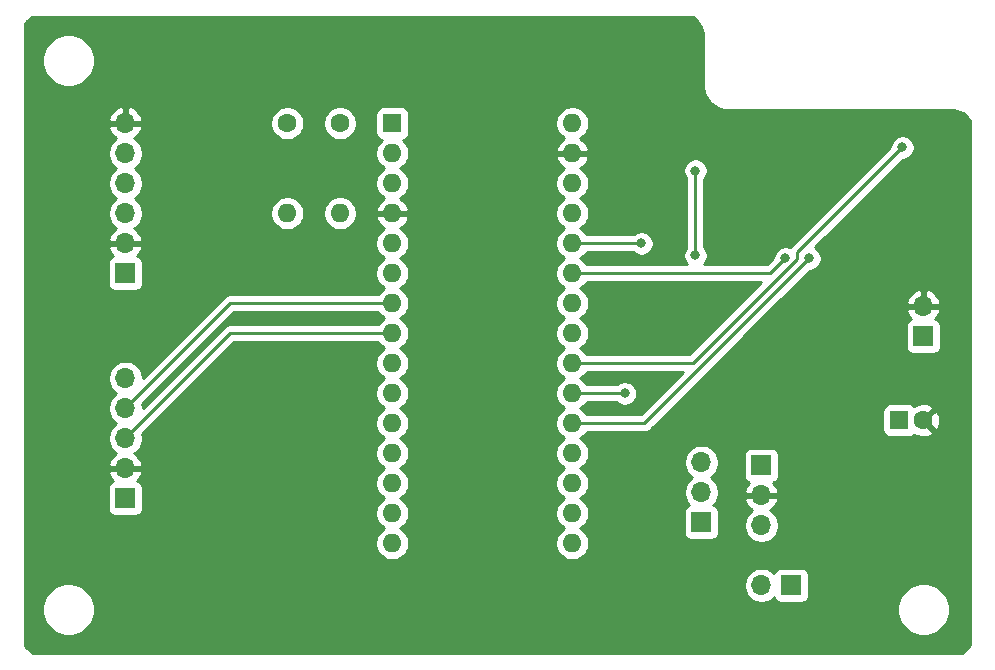
<source format=gbl>
G04 #@! TF.GenerationSoftware,KiCad,Pcbnew,(5.1.10)-1*
G04 #@! TF.CreationDate,2021-11-19T16:29:16+01:00*
G04 #@! TF.ProjectId,WeatherStation,57656174-6865-4725-9374-6174696f6e2e,rev?*
G04 #@! TF.SameCoordinates,Original*
G04 #@! TF.FileFunction,Copper,L2,Bot*
G04 #@! TF.FilePolarity,Positive*
%FSLAX46Y46*%
G04 Gerber Fmt 4.6, Leading zero omitted, Abs format (unit mm)*
G04 Created by KiCad (PCBNEW (5.1.10)-1) date 2021-11-19 16:29:16*
%MOMM*%
%LPD*%
G01*
G04 APERTURE LIST*
G04 #@! TA.AperFunction,ComponentPad*
%ADD10O,1.700000X1.700000*%
G04 #@! TD*
G04 #@! TA.AperFunction,ComponentPad*
%ADD11R,1.700000X1.700000*%
G04 #@! TD*
G04 #@! TA.AperFunction,ComponentPad*
%ADD12O,1.600000X1.600000*%
G04 #@! TD*
G04 #@! TA.AperFunction,ComponentPad*
%ADD13C,1.600000*%
G04 #@! TD*
G04 #@! TA.AperFunction,ComponentPad*
%ADD14R,1.600000X1.600000*%
G04 #@! TD*
G04 #@! TA.AperFunction,ViaPad*
%ADD15C,0.800000*%
G04 #@! TD*
G04 #@! TA.AperFunction,Conductor*
%ADD16C,0.254000*%
G04 #@! TD*
G04 #@! TA.AperFunction,Conductor*
%ADD17C,0.100000*%
G04 #@! TD*
G04 APERTURE END LIST*
D10*
X114808000Y-72644000D03*
D11*
X114808000Y-75184000D03*
D10*
X96012000Y-85852000D03*
X96012000Y-88392000D03*
D11*
X96012000Y-90932000D03*
D10*
X101092000Y-96266000D03*
D11*
X103632000Y-96266000D03*
D12*
X65405000Y-64770000D03*
D13*
X65405000Y-57150000D03*
D12*
X60960000Y-64770000D03*
D13*
X60960000Y-57150000D03*
D10*
X47244000Y-57150000D03*
X47244000Y-59690000D03*
X47244000Y-62230000D03*
X47244000Y-64770000D03*
X47244000Y-67310000D03*
D11*
X47244000Y-69850000D03*
D10*
X47244000Y-78740000D03*
X47244000Y-81280000D03*
X47244000Y-83820000D03*
X47244000Y-86360000D03*
D11*
X47244000Y-88900000D03*
D12*
X85090000Y-92710000D03*
X69850000Y-92710000D03*
X85090000Y-57150000D03*
X69850000Y-90170000D03*
X85090000Y-59690000D03*
X69850000Y-87630000D03*
X85090000Y-62230000D03*
X69850000Y-85090000D03*
X85090000Y-64770000D03*
X69850000Y-82550000D03*
X85090000Y-67310000D03*
X69850000Y-80010000D03*
X85090000Y-69850000D03*
X69850000Y-77470000D03*
X85090000Y-72390000D03*
X69850000Y-74930000D03*
X85090000Y-74930000D03*
X69850000Y-72390000D03*
X85090000Y-77470000D03*
X69850000Y-69850000D03*
X85090000Y-80010000D03*
X69850000Y-67310000D03*
X85090000Y-82550000D03*
X69850000Y-64770000D03*
X85090000Y-85090000D03*
X69850000Y-62230000D03*
X85090000Y-87630000D03*
X69850000Y-59690000D03*
X85090000Y-90170000D03*
D14*
X69850000Y-57150000D03*
D10*
X101092000Y-91186000D03*
X101092000Y-88646000D03*
D11*
X101092000Y-86106000D03*
D13*
X114776000Y-82296000D03*
D14*
X112776000Y-82296000D03*
D15*
X103124000Y-68580000D03*
X105156000Y-68580000D03*
X113030000Y-59182000D03*
X95504000Y-61150500D03*
X95504000Y-68326000D03*
X89535000Y-80010000D03*
X90932000Y-67310000D03*
X89916000Y-95250000D03*
X41148000Y-67945000D03*
X41148000Y-86995000D03*
X97028000Y-73660000D03*
X91694000Y-80010000D03*
X112953800Y-63220600D03*
X112953800Y-61214000D03*
X93980000Y-60960000D03*
X106680000Y-73660000D03*
X95504000Y-59182000D03*
X107188000Y-68580000D03*
X59944000Y-73660000D03*
X63500000Y-67564000D03*
X105664000Y-89408000D03*
D16*
X101854000Y-69850000D02*
X103124000Y-68580000D01*
X85090000Y-69850000D02*
X101854000Y-69850000D01*
X91186000Y-82550000D02*
X85090000Y-82550000D01*
X105156000Y-68580000D02*
X91186000Y-82550000D01*
X95309962Y-77470000D02*
X85090000Y-77470000D01*
X104140000Y-68639962D02*
X95309962Y-77470000D01*
X104140000Y-68072000D02*
X104140000Y-68639962D01*
X113030000Y-59182000D02*
X104140000Y-68072000D01*
X95504000Y-61150500D02*
X95504000Y-68326000D01*
X95504000Y-68326000D02*
X95504000Y-68326000D01*
X89535000Y-80010000D02*
X85090000Y-80010000D01*
X90932000Y-67310000D02*
X85090000Y-67310000D01*
X56134000Y-74930000D02*
X47244000Y-83820000D01*
X69850000Y-74930000D02*
X56134000Y-74930000D01*
X56134000Y-72390000D02*
X47244000Y-81280000D01*
X69850000Y-72390000D02*
X56134000Y-72390000D01*
X95278445Y-48176605D02*
X95492338Y-48336724D01*
X95681276Y-48525662D01*
X95841395Y-48739555D01*
X95969444Y-48974060D01*
X96062819Y-49224407D01*
X96119615Y-49485496D01*
X96139000Y-49756530D01*
X96139000Y-53880000D01*
X96139324Y-53889060D01*
X96159681Y-54173690D01*
X96162259Y-54191626D01*
X96222916Y-54470461D01*
X96228021Y-54487847D01*
X96327743Y-54755212D01*
X96335271Y-54771695D01*
X96472028Y-55022147D01*
X96481824Y-55037390D01*
X96652832Y-55265829D01*
X96664698Y-55279524D01*
X96866476Y-55481302D01*
X96880171Y-55493168D01*
X97108610Y-55664176D01*
X97123853Y-55673972D01*
X97374305Y-55810729D01*
X97390788Y-55818257D01*
X97658153Y-55917979D01*
X97675539Y-55923084D01*
X97954374Y-55983741D01*
X97972310Y-55986319D01*
X98256940Y-56006676D01*
X98266000Y-56007000D01*
X117121470Y-56007000D01*
X117392504Y-56026385D01*
X117653593Y-56083181D01*
X117903940Y-56176556D01*
X118138445Y-56304605D01*
X118352338Y-56464724D01*
X118541276Y-56653662D01*
X118701395Y-56867555D01*
X118720000Y-56901628D01*
X118720001Y-101340371D01*
X118701395Y-101374445D01*
X118541276Y-101588338D01*
X118352338Y-101777276D01*
X118138445Y-101937395D01*
X118104372Y-101956000D01*
X39375628Y-101956000D01*
X39341555Y-101937395D01*
X39127662Y-101777276D01*
X38938724Y-101588338D01*
X38778605Y-101374445D01*
X38760000Y-101340372D01*
X38760000Y-98077872D01*
X40183000Y-98077872D01*
X40183000Y-98518128D01*
X40268890Y-98949925D01*
X40437369Y-99356669D01*
X40681962Y-99722729D01*
X40993271Y-100034038D01*
X41359331Y-100278631D01*
X41766075Y-100447110D01*
X42197872Y-100533000D01*
X42638128Y-100533000D01*
X43069925Y-100447110D01*
X43476669Y-100278631D01*
X43842729Y-100034038D01*
X44154038Y-99722729D01*
X44398631Y-99356669D01*
X44567110Y-98949925D01*
X44653000Y-98518128D01*
X44653000Y-98077872D01*
X112573000Y-98077872D01*
X112573000Y-98518128D01*
X112658890Y-98949925D01*
X112827369Y-99356669D01*
X113071962Y-99722729D01*
X113383271Y-100034038D01*
X113749331Y-100278631D01*
X114156075Y-100447110D01*
X114587872Y-100533000D01*
X115028128Y-100533000D01*
X115459925Y-100447110D01*
X115866669Y-100278631D01*
X116232729Y-100034038D01*
X116544038Y-99722729D01*
X116788631Y-99356669D01*
X116957110Y-98949925D01*
X117043000Y-98518128D01*
X117043000Y-98077872D01*
X116957110Y-97646075D01*
X116788631Y-97239331D01*
X116544038Y-96873271D01*
X116232729Y-96561962D01*
X115866669Y-96317369D01*
X115459925Y-96148890D01*
X115028128Y-96063000D01*
X114587872Y-96063000D01*
X114156075Y-96148890D01*
X113749331Y-96317369D01*
X113383271Y-96561962D01*
X113071962Y-96873271D01*
X112827369Y-97239331D01*
X112658890Y-97646075D01*
X112573000Y-98077872D01*
X44653000Y-98077872D01*
X44567110Y-97646075D01*
X44398631Y-97239331D01*
X44154038Y-96873271D01*
X43842729Y-96561962D01*
X43476669Y-96317369D01*
X43069925Y-96148890D01*
X42923379Y-96119740D01*
X99607000Y-96119740D01*
X99607000Y-96412260D01*
X99664068Y-96699158D01*
X99776010Y-96969411D01*
X99938525Y-97212632D01*
X100145368Y-97419475D01*
X100388589Y-97581990D01*
X100658842Y-97693932D01*
X100945740Y-97751000D01*
X101238260Y-97751000D01*
X101525158Y-97693932D01*
X101795411Y-97581990D01*
X102038632Y-97419475D01*
X102170487Y-97287620D01*
X102192498Y-97360180D01*
X102251463Y-97470494D01*
X102330815Y-97567185D01*
X102427506Y-97646537D01*
X102537820Y-97705502D01*
X102657518Y-97741812D01*
X102782000Y-97754072D01*
X104482000Y-97754072D01*
X104606482Y-97741812D01*
X104726180Y-97705502D01*
X104836494Y-97646537D01*
X104933185Y-97567185D01*
X105012537Y-97470494D01*
X105071502Y-97360180D01*
X105107812Y-97240482D01*
X105120072Y-97116000D01*
X105120072Y-95416000D01*
X105107812Y-95291518D01*
X105071502Y-95171820D01*
X105012537Y-95061506D01*
X104933185Y-94964815D01*
X104836494Y-94885463D01*
X104726180Y-94826498D01*
X104606482Y-94790188D01*
X104482000Y-94777928D01*
X102782000Y-94777928D01*
X102657518Y-94790188D01*
X102537820Y-94826498D01*
X102427506Y-94885463D01*
X102330815Y-94964815D01*
X102251463Y-95061506D01*
X102192498Y-95171820D01*
X102170487Y-95244380D01*
X102038632Y-95112525D01*
X101795411Y-94950010D01*
X101525158Y-94838068D01*
X101238260Y-94781000D01*
X100945740Y-94781000D01*
X100658842Y-94838068D01*
X100388589Y-94950010D01*
X100145368Y-95112525D01*
X99938525Y-95319368D01*
X99776010Y-95562589D01*
X99664068Y-95832842D01*
X99607000Y-96119740D01*
X42923379Y-96119740D01*
X42638128Y-96063000D01*
X42197872Y-96063000D01*
X41766075Y-96148890D01*
X41359331Y-96317369D01*
X40993271Y-96561962D01*
X40681962Y-96873271D01*
X40437369Y-97239331D01*
X40268890Y-97646075D01*
X40183000Y-98077872D01*
X38760000Y-98077872D01*
X38760000Y-88050000D01*
X45755928Y-88050000D01*
X45755928Y-89750000D01*
X45768188Y-89874482D01*
X45804498Y-89994180D01*
X45863463Y-90104494D01*
X45942815Y-90201185D01*
X46039506Y-90280537D01*
X46149820Y-90339502D01*
X46269518Y-90375812D01*
X46394000Y-90388072D01*
X48094000Y-90388072D01*
X48218482Y-90375812D01*
X48338180Y-90339502D01*
X48448494Y-90280537D01*
X48545185Y-90201185D01*
X48624537Y-90104494D01*
X48683502Y-89994180D01*
X48719812Y-89874482D01*
X48732072Y-89750000D01*
X48732072Y-88050000D01*
X48719812Y-87925518D01*
X48683502Y-87805820D01*
X48624537Y-87695506D01*
X48545185Y-87598815D01*
X48448494Y-87519463D01*
X48338180Y-87460498D01*
X48257534Y-87436034D01*
X48341588Y-87360269D01*
X48515641Y-87126920D01*
X48640825Y-86864099D01*
X48685476Y-86716890D01*
X48564155Y-86487000D01*
X47371000Y-86487000D01*
X47371000Y-86507000D01*
X47117000Y-86507000D01*
X47117000Y-86487000D01*
X45923845Y-86487000D01*
X45802524Y-86716890D01*
X45847175Y-86864099D01*
X45972359Y-87126920D01*
X46146412Y-87360269D01*
X46230466Y-87436034D01*
X46149820Y-87460498D01*
X46039506Y-87519463D01*
X45942815Y-87598815D01*
X45863463Y-87695506D01*
X45804498Y-87805820D01*
X45768188Y-87925518D01*
X45755928Y-88050000D01*
X38760000Y-88050000D01*
X38760000Y-78593740D01*
X45759000Y-78593740D01*
X45759000Y-78886260D01*
X45816068Y-79173158D01*
X45928010Y-79443411D01*
X46090525Y-79686632D01*
X46297368Y-79893475D01*
X46471760Y-80010000D01*
X46297368Y-80126525D01*
X46090525Y-80333368D01*
X45928010Y-80576589D01*
X45816068Y-80846842D01*
X45759000Y-81133740D01*
X45759000Y-81426260D01*
X45816068Y-81713158D01*
X45928010Y-81983411D01*
X46090525Y-82226632D01*
X46297368Y-82433475D01*
X46471760Y-82550000D01*
X46297368Y-82666525D01*
X46090525Y-82873368D01*
X45928010Y-83116589D01*
X45816068Y-83386842D01*
X45759000Y-83673740D01*
X45759000Y-83966260D01*
X45816068Y-84253158D01*
X45928010Y-84523411D01*
X46090525Y-84766632D01*
X46297368Y-84973475D01*
X46479534Y-85095195D01*
X46362645Y-85164822D01*
X46146412Y-85359731D01*
X45972359Y-85593080D01*
X45847175Y-85855901D01*
X45802524Y-86003110D01*
X45923845Y-86233000D01*
X47117000Y-86233000D01*
X47117000Y-86213000D01*
X47371000Y-86213000D01*
X47371000Y-86233000D01*
X48564155Y-86233000D01*
X48685476Y-86003110D01*
X48640825Y-85855901D01*
X48515641Y-85593080D01*
X48341588Y-85359731D01*
X48125355Y-85164822D01*
X48008466Y-85095195D01*
X48190632Y-84973475D01*
X48397475Y-84766632D01*
X48559990Y-84523411D01*
X48671932Y-84253158D01*
X48729000Y-83966260D01*
X48729000Y-83673740D01*
X48685679Y-83455951D01*
X56449630Y-75692000D01*
X68633293Y-75692000D01*
X68735363Y-75844759D01*
X68935241Y-76044637D01*
X69167759Y-76200000D01*
X68935241Y-76355363D01*
X68735363Y-76555241D01*
X68578320Y-76790273D01*
X68470147Y-77051426D01*
X68415000Y-77328665D01*
X68415000Y-77611335D01*
X68470147Y-77888574D01*
X68578320Y-78149727D01*
X68735363Y-78384759D01*
X68935241Y-78584637D01*
X69167759Y-78740000D01*
X68935241Y-78895363D01*
X68735363Y-79095241D01*
X68578320Y-79330273D01*
X68470147Y-79591426D01*
X68415000Y-79868665D01*
X68415000Y-80151335D01*
X68470147Y-80428574D01*
X68578320Y-80689727D01*
X68735363Y-80924759D01*
X68935241Y-81124637D01*
X69167759Y-81280000D01*
X68935241Y-81435363D01*
X68735363Y-81635241D01*
X68578320Y-81870273D01*
X68470147Y-82131426D01*
X68415000Y-82408665D01*
X68415000Y-82691335D01*
X68470147Y-82968574D01*
X68578320Y-83229727D01*
X68735363Y-83464759D01*
X68935241Y-83664637D01*
X69167759Y-83820000D01*
X68935241Y-83975363D01*
X68735363Y-84175241D01*
X68578320Y-84410273D01*
X68470147Y-84671426D01*
X68415000Y-84948665D01*
X68415000Y-85231335D01*
X68470147Y-85508574D01*
X68578320Y-85769727D01*
X68735363Y-86004759D01*
X68935241Y-86204637D01*
X69167759Y-86360000D01*
X68935241Y-86515363D01*
X68735363Y-86715241D01*
X68578320Y-86950273D01*
X68470147Y-87211426D01*
X68415000Y-87488665D01*
X68415000Y-87771335D01*
X68470147Y-88048574D01*
X68578320Y-88309727D01*
X68735363Y-88544759D01*
X68935241Y-88744637D01*
X69167759Y-88900000D01*
X68935241Y-89055363D01*
X68735363Y-89255241D01*
X68578320Y-89490273D01*
X68470147Y-89751426D01*
X68415000Y-90028665D01*
X68415000Y-90311335D01*
X68470147Y-90588574D01*
X68578320Y-90849727D01*
X68735363Y-91084759D01*
X68935241Y-91284637D01*
X69167759Y-91440000D01*
X68935241Y-91595363D01*
X68735363Y-91795241D01*
X68578320Y-92030273D01*
X68470147Y-92291426D01*
X68415000Y-92568665D01*
X68415000Y-92851335D01*
X68470147Y-93128574D01*
X68578320Y-93389727D01*
X68735363Y-93624759D01*
X68935241Y-93824637D01*
X69170273Y-93981680D01*
X69431426Y-94089853D01*
X69708665Y-94145000D01*
X69991335Y-94145000D01*
X70268574Y-94089853D01*
X70529727Y-93981680D01*
X70764759Y-93824637D01*
X70964637Y-93624759D01*
X71121680Y-93389727D01*
X71229853Y-93128574D01*
X71285000Y-92851335D01*
X71285000Y-92568665D01*
X71229853Y-92291426D01*
X71121680Y-92030273D01*
X70964637Y-91795241D01*
X70764759Y-91595363D01*
X70532241Y-91440000D01*
X70764759Y-91284637D01*
X70964637Y-91084759D01*
X71121680Y-90849727D01*
X71229853Y-90588574D01*
X71285000Y-90311335D01*
X71285000Y-90028665D01*
X71229853Y-89751426D01*
X71121680Y-89490273D01*
X70964637Y-89255241D01*
X70764759Y-89055363D01*
X70532241Y-88900000D01*
X70764759Y-88744637D01*
X70964637Y-88544759D01*
X71121680Y-88309727D01*
X71229853Y-88048574D01*
X71285000Y-87771335D01*
X71285000Y-87488665D01*
X71229853Y-87211426D01*
X71121680Y-86950273D01*
X70964637Y-86715241D01*
X70764759Y-86515363D01*
X70532241Y-86360000D01*
X70764759Y-86204637D01*
X70964637Y-86004759D01*
X71121680Y-85769727D01*
X71229853Y-85508574D01*
X71285000Y-85231335D01*
X71285000Y-84948665D01*
X71229853Y-84671426D01*
X71121680Y-84410273D01*
X70964637Y-84175241D01*
X70764759Y-83975363D01*
X70532241Y-83820000D01*
X70764759Y-83664637D01*
X70964637Y-83464759D01*
X71121680Y-83229727D01*
X71229853Y-82968574D01*
X71285000Y-82691335D01*
X71285000Y-82408665D01*
X71229853Y-82131426D01*
X71121680Y-81870273D01*
X70964637Y-81635241D01*
X70764759Y-81435363D01*
X70532241Y-81280000D01*
X70764759Y-81124637D01*
X70964637Y-80924759D01*
X71121680Y-80689727D01*
X71229853Y-80428574D01*
X71285000Y-80151335D01*
X71285000Y-79868665D01*
X71229853Y-79591426D01*
X71121680Y-79330273D01*
X70964637Y-79095241D01*
X70764759Y-78895363D01*
X70532241Y-78740000D01*
X70764759Y-78584637D01*
X70964637Y-78384759D01*
X71121680Y-78149727D01*
X71229853Y-77888574D01*
X71285000Y-77611335D01*
X71285000Y-77328665D01*
X71229853Y-77051426D01*
X71121680Y-76790273D01*
X70964637Y-76555241D01*
X70764759Y-76355363D01*
X70532241Y-76200000D01*
X70764759Y-76044637D01*
X70964637Y-75844759D01*
X71121680Y-75609727D01*
X71229853Y-75348574D01*
X71285000Y-75071335D01*
X71285000Y-74788665D01*
X71229853Y-74511426D01*
X71121680Y-74250273D01*
X70964637Y-74015241D01*
X70764759Y-73815363D01*
X70532241Y-73660000D01*
X70764759Y-73504637D01*
X70964637Y-73304759D01*
X71121680Y-73069727D01*
X71229853Y-72808574D01*
X71285000Y-72531335D01*
X71285000Y-72248665D01*
X71229853Y-71971426D01*
X71121680Y-71710273D01*
X70964637Y-71475241D01*
X70764759Y-71275363D01*
X70532241Y-71120000D01*
X70764759Y-70964637D01*
X70964637Y-70764759D01*
X71121680Y-70529727D01*
X71229853Y-70268574D01*
X71285000Y-69991335D01*
X71285000Y-69708665D01*
X71229853Y-69431426D01*
X71121680Y-69170273D01*
X70964637Y-68935241D01*
X70764759Y-68735363D01*
X70532241Y-68580000D01*
X70764759Y-68424637D01*
X70964637Y-68224759D01*
X71121680Y-67989727D01*
X71229853Y-67728574D01*
X71285000Y-67451335D01*
X71285000Y-67168665D01*
X71229853Y-66891426D01*
X71121680Y-66630273D01*
X70964637Y-66395241D01*
X70764759Y-66195363D01*
X70529727Y-66038320D01*
X70519135Y-66033933D01*
X70705131Y-65922385D01*
X70913519Y-65733414D01*
X71081037Y-65507420D01*
X71201246Y-65253087D01*
X71241904Y-65119039D01*
X71119915Y-64897000D01*
X69977000Y-64897000D01*
X69977000Y-64917000D01*
X69723000Y-64917000D01*
X69723000Y-64897000D01*
X68580085Y-64897000D01*
X68458096Y-65119039D01*
X68498754Y-65253087D01*
X68618963Y-65507420D01*
X68786481Y-65733414D01*
X68994869Y-65922385D01*
X69180865Y-66033933D01*
X69170273Y-66038320D01*
X68935241Y-66195363D01*
X68735363Y-66395241D01*
X68578320Y-66630273D01*
X68470147Y-66891426D01*
X68415000Y-67168665D01*
X68415000Y-67451335D01*
X68470147Y-67728574D01*
X68578320Y-67989727D01*
X68735363Y-68224759D01*
X68935241Y-68424637D01*
X69167759Y-68580000D01*
X68935241Y-68735363D01*
X68735363Y-68935241D01*
X68578320Y-69170273D01*
X68470147Y-69431426D01*
X68415000Y-69708665D01*
X68415000Y-69991335D01*
X68470147Y-70268574D01*
X68578320Y-70529727D01*
X68735363Y-70764759D01*
X68935241Y-70964637D01*
X69167759Y-71120000D01*
X68935241Y-71275363D01*
X68735363Y-71475241D01*
X68633293Y-71628000D01*
X56171423Y-71628000D01*
X56134000Y-71624314D01*
X56096577Y-71628000D01*
X56096574Y-71628000D01*
X55984622Y-71639026D01*
X55840985Y-71682598D01*
X55789209Y-71710273D01*
X55708607Y-71753355D01*
X55666219Y-71788143D01*
X55592578Y-71848578D01*
X55568716Y-71877654D01*
X48729000Y-78717370D01*
X48729000Y-78593740D01*
X48671932Y-78306842D01*
X48559990Y-78036589D01*
X48397475Y-77793368D01*
X48190632Y-77586525D01*
X47947411Y-77424010D01*
X47677158Y-77312068D01*
X47390260Y-77255000D01*
X47097740Y-77255000D01*
X46810842Y-77312068D01*
X46540589Y-77424010D01*
X46297368Y-77586525D01*
X46090525Y-77793368D01*
X45928010Y-78036589D01*
X45816068Y-78306842D01*
X45759000Y-78593740D01*
X38760000Y-78593740D01*
X38760000Y-69000000D01*
X45755928Y-69000000D01*
X45755928Y-70700000D01*
X45768188Y-70824482D01*
X45804498Y-70944180D01*
X45863463Y-71054494D01*
X45942815Y-71151185D01*
X46039506Y-71230537D01*
X46149820Y-71289502D01*
X46269518Y-71325812D01*
X46394000Y-71338072D01*
X48094000Y-71338072D01*
X48218482Y-71325812D01*
X48338180Y-71289502D01*
X48448494Y-71230537D01*
X48545185Y-71151185D01*
X48624537Y-71054494D01*
X48683502Y-70944180D01*
X48719812Y-70824482D01*
X48732072Y-70700000D01*
X48732072Y-69000000D01*
X48719812Y-68875518D01*
X48683502Y-68755820D01*
X48624537Y-68645506D01*
X48545185Y-68548815D01*
X48448494Y-68469463D01*
X48338180Y-68410498D01*
X48257534Y-68386034D01*
X48341588Y-68310269D01*
X48515641Y-68076920D01*
X48640825Y-67814099D01*
X48685476Y-67666890D01*
X48564155Y-67437000D01*
X47371000Y-67437000D01*
X47371000Y-67457000D01*
X47117000Y-67457000D01*
X47117000Y-67437000D01*
X45923845Y-67437000D01*
X45802524Y-67666890D01*
X45847175Y-67814099D01*
X45972359Y-68076920D01*
X46146412Y-68310269D01*
X46230466Y-68386034D01*
X46149820Y-68410498D01*
X46039506Y-68469463D01*
X45942815Y-68548815D01*
X45863463Y-68645506D01*
X45804498Y-68755820D01*
X45768188Y-68875518D01*
X45755928Y-69000000D01*
X38760000Y-69000000D01*
X38760000Y-59543740D01*
X45759000Y-59543740D01*
X45759000Y-59836260D01*
X45816068Y-60123158D01*
X45928010Y-60393411D01*
X46090525Y-60636632D01*
X46297368Y-60843475D01*
X46471760Y-60960000D01*
X46297368Y-61076525D01*
X46090525Y-61283368D01*
X45928010Y-61526589D01*
X45816068Y-61796842D01*
X45759000Y-62083740D01*
X45759000Y-62376260D01*
X45816068Y-62663158D01*
X45928010Y-62933411D01*
X46090525Y-63176632D01*
X46297368Y-63383475D01*
X46471760Y-63500000D01*
X46297368Y-63616525D01*
X46090525Y-63823368D01*
X45928010Y-64066589D01*
X45816068Y-64336842D01*
X45759000Y-64623740D01*
X45759000Y-64916260D01*
X45816068Y-65203158D01*
X45928010Y-65473411D01*
X46090525Y-65716632D01*
X46297368Y-65923475D01*
X46479534Y-66045195D01*
X46362645Y-66114822D01*
X46146412Y-66309731D01*
X45972359Y-66543080D01*
X45847175Y-66805901D01*
X45802524Y-66953110D01*
X45923845Y-67183000D01*
X47117000Y-67183000D01*
X47117000Y-67163000D01*
X47371000Y-67163000D01*
X47371000Y-67183000D01*
X48564155Y-67183000D01*
X48685476Y-66953110D01*
X48640825Y-66805901D01*
X48515641Y-66543080D01*
X48341588Y-66309731D01*
X48125355Y-66114822D01*
X48008466Y-66045195D01*
X48190632Y-65923475D01*
X48397475Y-65716632D01*
X48559990Y-65473411D01*
X48671932Y-65203158D01*
X48729000Y-64916260D01*
X48729000Y-64628665D01*
X59525000Y-64628665D01*
X59525000Y-64911335D01*
X59580147Y-65188574D01*
X59688320Y-65449727D01*
X59845363Y-65684759D01*
X60045241Y-65884637D01*
X60280273Y-66041680D01*
X60541426Y-66149853D01*
X60818665Y-66205000D01*
X61101335Y-66205000D01*
X61378574Y-66149853D01*
X61639727Y-66041680D01*
X61874759Y-65884637D01*
X62074637Y-65684759D01*
X62231680Y-65449727D01*
X62339853Y-65188574D01*
X62395000Y-64911335D01*
X62395000Y-64628665D01*
X63970000Y-64628665D01*
X63970000Y-64911335D01*
X64025147Y-65188574D01*
X64133320Y-65449727D01*
X64290363Y-65684759D01*
X64490241Y-65884637D01*
X64725273Y-66041680D01*
X64986426Y-66149853D01*
X65263665Y-66205000D01*
X65546335Y-66205000D01*
X65823574Y-66149853D01*
X66084727Y-66041680D01*
X66319759Y-65884637D01*
X66519637Y-65684759D01*
X66676680Y-65449727D01*
X66784853Y-65188574D01*
X66840000Y-64911335D01*
X66840000Y-64628665D01*
X66784853Y-64351426D01*
X66676680Y-64090273D01*
X66519637Y-63855241D01*
X66319759Y-63655363D01*
X66084727Y-63498320D01*
X65823574Y-63390147D01*
X65546335Y-63335000D01*
X65263665Y-63335000D01*
X64986426Y-63390147D01*
X64725273Y-63498320D01*
X64490241Y-63655363D01*
X64290363Y-63855241D01*
X64133320Y-64090273D01*
X64025147Y-64351426D01*
X63970000Y-64628665D01*
X62395000Y-64628665D01*
X62339853Y-64351426D01*
X62231680Y-64090273D01*
X62074637Y-63855241D01*
X61874759Y-63655363D01*
X61639727Y-63498320D01*
X61378574Y-63390147D01*
X61101335Y-63335000D01*
X60818665Y-63335000D01*
X60541426Y-63390147D01*
X60280273Y-63498320D01*
X60045241Y-63655363D01*
X59845363Y-63855241D01*
X59688320Y-64090273D01*
X59580147Y-64351426D01*
X59525000Y-64628665D01*
X48729000Y-64628665D01*
X48729000Y-64623740D01*
X48671932Y-64336842D01*
X48559990Y-64066589D01*
X48397475Y-63823368D01*
X48190632Y-63616525D01*
X48016240Y-63500000D01*
X48190632Y-63383475D01*
X48397475Y-63176632D01*
X48559990Y-62933411D01*
X48671932Y-62663158D01*
X48729000Y-62376260D01*
X48729000Y-62083740D01*
X48671932Y-61796842D01*
X48559990Y-61526589D01*
X48397475Y-61283368D01*
X48190632Y-61076525D01*
X48016240Y-60960000D01*
X48190632Y-60843475D01*
X48397475Y-60636632D01*
X48559990Y-60393411D01*
X48671932Y-60123158D01*
X48729000Y-59836260D01*
X48729000Y-59543740D01*
X48671932Y-59256842D01*
X48559990Y-58986589D01*
X48397475Y-58743368D01*
X48190632Y-58536525D01*
X48008466Y-58414805D01*
X48125355Y-58345178D01*
X48341588Y-58150269D01*
X48515641Y-57916920D01*
X48640825Y-57654099D01*
X48685476Y-57506890D01*
X48564155Y-57277000D01*
X47371000Y-57277000D01*
X47371000Y-57297000D01*
X47117000Y-57297000D01*
X47117000Y-57277000D01*
X45923845Y-57277000D01*
X45802524Y-57506890D01*
X45847175Y-57654099D01*
X45972359Y-57916920D01*
X46146412Y-58150269D01*
X46362645Y-58345178D01*
X46479534Y-58414805D01*
X46297368Y-58536525D01*
X46090525Y-58743368D01*
X45928010Y-58986589D01*
X45816068Y-59256842D01*
X45759000Y-59543740D01*
X38760000Y-59543740D01*
X38760000Y-56793110D01*
X45802524Y-56793110D01*
X45923845Y-57023000D01*
X47117000Y-57023000D01*
X47117000Y-55829186D01*
X47371000Y-55829186D01*
X47371000Y-57023000D01*
X48564155Y-57023000D01*
X48571720Y-57008665D01*
X59525000Y-57008665D01*
X59525000Y-57291335D01*
X59580147Y-57568574D01*
X59688320Y-57829727D01*
X59845363Y-58064759D01*
X60045241Y-58264637D01*
X60280273Y-58421680D01*
X60541426Y-58529853D01*
X60818665Y-58585000D01*
X61101335Y-58585000D01*
X61378574Y-58529853D01*
X61639727Y-58421680D01*
X61874759Y-58264637D01*
X62074637Y-58064759D01*
X62231680Y-57829727D01*
X62339853Y-57568574D01*
X62395000Y-57291335D01*
X62395000Y-57008665D01*
X63970000Y-57008665D01*
X63970000Y-57291335D01*
X64025147Y-57568574D01*
X64133320Y-57829727D01*
X64290363Y-58064759D01*
X64490241Y-58264637D01*
X64725273Y-58421680D01*
X64986426Y-58529853D01*
X65263665Y-58585000D01*
X65546335Y-58585000D01*
X65823574Y-58529853D01*
X66084727Y-58421680D01*
X66319759Y-58264637D01*
X66519637Y-58064759D01*
X66676680Y-57829727D01*
X66784853Y-57568574D01*
X66840000Y-57291335D01*
X66840000Y-57008665D01*
X66784853Y-56731426D01*
X66676680Y-56470273D01*
X66596317Y-56350000D01*
X68411928Y-56350000D01*
X68411928Y-57950000D01*
X68424188Y-58074482D01*
X68460498Y-58194180D01*
X68519463Y-58304494D01*
X68598815Y-58401185D01*
X68695506Y-58480537D01*
X68805820Y-58539502D01*
X68925518Y-58575812D01*
X68933961Y-58576643D01*
X68735363Y-58775241D01*
X68578320Y-59010273D01*
X68470147Y-59271426D01*
X68415000Y-59548665D01*
X68415000Y-59831335D01*
X68470147Y-60108574D01*
X68578320Y-60369727D01*
X68735363Y-60604759D01*
X68935241Y-60804637D01*
X69167759Y-60960000D01*
X68935241Y-61115363D01*
X68735363Y-61315241D01*
X68578320Y-61550273D01*
X68470147Y-61811426D01*
X68415000Y-62088665D01*
X68415000Y-62371335D01*
X68470147Y-62648574D01*
X68578320Y-62909727D01*
X68735363Y-63144759D01*
X68935241Y-63344637D01*
X69170273Y-63501680D01*
X69180865Y-63506067D01*
X68994869Y-63617615D01*
X68786481Y-63806586D01*
X68618963Y-64032580D01*
X68498754Y-64286913D01*
X68458096Y-64420961D01*
X68580085Y-64643000D01*
X69723000Y-64643000D01*
X69723000Y-64623000D01*
X69977000Y-64623000D01*
X69977000Y-64643000D01*
X71119915Y-64643000D01*
X71241904Y-64420961D01*
X71201246Y-64286913D01*
X71081037Y-64032580D01*
X70913519Y-63806586D01*
X70705131Y-63617615D01*
X70519135Y-63506067D01*
X70529727Y-63501680D01*
X70764759Y-63344637D01*
X70964637Y-63144759D01*
X71121680Y-62909727D01*
X71229853Y-62648574D01*
X71285000Y-62371335D01*
X71285000Y-62088665D01*
X83655000Y-62088665D01*
X83655000Y-62371335D01*
X83710147Y-62648574D01*
X83818320Y-62909727D01*
X83975363Y-63144759D01*
X84175241Y-63344637D01*
X84407759Y-63500000D01*
X84175241Y-63655363D01*
X83975363Y-63855241D01*
X83818320Y-64090273D01*
X83710147Y-64351426D01*
X83655000Y-64628665D01*
X83655000Y-64911335D01*
X83710147Y-65188574D01*
X83818320Y-65449727D01*
X83975363Y-65684759D01*
X84175241Y-65884637D01*
X84407759Y-66040000D01*
X84175241Y-66195363D01*
X83975363Y-66395241D01*
X83818320Y-66630273D01*
X83710147Y-66891426D01*
X83655000Y-67168665D01*
X83655000Y-67451335D01*
X83710147Y-67728574D01*
X83818320Y-67989727D01*
X83975363Y-68224759D01*
X84175241Y-68424637D01*
X84407759Y-68580000D01*
X84175241Y-68735363D01*
X83975363Y-68935241D01*
X83818320Y-69170273D01*
X83710147Y-69431426D01*
X83655000Y-69708665D01*
X83655000Y-69991335D01*
X83710147Y-70268574D01*
X83818320Y-70529727D01*
X83975363Y-70764759D01*
X84175241Y-70964637D01*
X84407759Y-71120000D01*
X84175241Y-71275363D01*
X83975363Y-71475241D01*
X83818320Y-71710273D01*
X83710147Y-71971426D01*
X83655000Y-72248665D01*
X83655000Y-72531335D01*
X83710147Y-72808574D01*
X83818320Y-73069727D01*
X83975363Y-73304759D01*
X84175241Y-73504637D01*
X84407759Y-73660000D01*
X84175241Y-73815363D01*
X83975363Y-74015241D01*
X83818320Y-74250273D01*
X83710147Y-74511426D01*
X83655000Y-74788665D01*
X83655000Y-75071335D01*
X83710147Y-75348574D01*
X83818320Y-75609727D01*
X83975363Y-75844759D01*
X84175241Y-76044637D01*
X84407759Y-76200000D01*
X84175241Y-76355363D01*
X83975363Y-76555241D01*
X83818320Y-76790273D01*
X83710147Y-77051426D01*
X83655000Y-77328665D01*
X83655000Y-77611335D01*
X83710147Y-77888574D01*
X83818320Y-78149727D01*
X83975363Y-78384759D01*
X84175241Y-78584637D01*
X84407759Y-78740000D01*
X84175241Y-78895363D01*
X83975363Y-79095241D01*
X83818320Y-79330273D01*
X83710147Y-79591426D01*
X83655000Y-79868665D01*
X83655000Y-80151335D01*
X83710147Y-80428574D01*
X83818320Y-80689727D01*
X83975363Y-80924759D01*
X84175241Y-81124637D01*
X84407759Y-81280000D01*
X84175241Y-81435363D01*
X83975363Y-81635241D01*
X83818320Y-81870273D01*
X83710147Y-82131426D01*
X83655000Y-82408665D01*
X83655000Y-82691335D01*
X83710147Y-82968574D01*
X83818320Y-83229727D01*
X83975363Y-83464759D01*
X84175241Y-83664637D01*
X84407759Y-83820000D01*
X84175241Y-83975363D01*
X83975363Y-84175241D01*
X83818320Y-84410273D01*
X83710147Y-84671426D01*
X83655000Y-84948665D01*
X83655000Y-85231335D01*
X83710147Y-85508574D01*
X83818320Y-85769727D01*
X83975363Y-86004759D01*
X84175241Y-86204637D01*
X84407759Y-86360000D01*
X84175241Y-86515363D01*
X83975363Y-86715241D01*
X83818320Y-86950273D01*
X83710147Y-87211426D01*
X83655000Y-87488665D01*
X83655000Y-87771335D01*
X83710147Y-88048574D01*
X83818320Y-88309727D01*
X83975363Y-88544759D01*
X84175241Y-88744637D01*
X84407759Y-88900000D01*
X84175241Y-89055363D01*
X83975363Y-89255241D01*
X83818320Y-89490273D01*
X83710147Y-89751426D01*
X83655000Y-90028665D01*
X83655000Y-90311335D01*
X83710147Y-90588574D01*
X83818320Y-90849727D01*
X83975363Y-91084759D01*
X84175241Y-91284637D01*
X84407759Y-91440000D01*
X84175241Y-91595363D01*
X83975363Y-91795241D01*
X83818320Y-92030273D01*
X83710147Y-92291426D01*
X83655000Y-92568665D01*
X83655000Y-92851335D01*
X83710147Y-93128574D01*
X83818320Y-93389727D01*
X83975363Y-93624759D01*
X84175241Y-93824637D01*
X84410273Y-93981680D01*
X84671426Y-94089853D01*
X84948665Y-94145000D01*
X85231335Y-94145000D01*
X85508574Y-94089853D01*
X85769727Y-93981680D01*
X86004759Y-93824637D01*
X86204637Y-93624759D01*
X86361680Y-93389727D01*
X86469853Y-93128574D01*
X86525000Y-92851335D01*
X86525000Y-92568665D01*
X86469853Y-92291426D01*
X86361680Y-92030273D01*
X86204637Y-91795241D01*
X86004759Y-91595363D01*
X85772241Y-91440000D01*
X86004759Y-91284637D01*
X86204637Y-91084759D01*
X86361680Y-90849727D01*
X86469853Y-90588574D01*
X86525000Y-90311335D01*
X86525000Y-90082000D01*
X94523928Y-90082000D01*
X94523928Y-91782000D01*
X94536188Y-91906482D01*
X94572498Y-92026180D01*
X94631463Y-92136494D01*
X94710815Y-92233185D01*
X94807506Y-92312537D01*
X94917820Y-92371502D01*
X95037518Y-92407812D01*
X95162000Y-92420072D01*
X96862000Y-92420072D01*
X96986482Y-92407812D01*
X97106180Y-92371502D01*
X97216494Y-92312537D01*
X97313185Y-92233185D01*
X97392537Y-92136494D01*
X97451502Y-92026180D01*
X97487812Y-91906482D01*
X97500072Y-91782000D01*
X97500072Y-91039740D01*
X99607000Y-91039740D01*
X99607000Y-91332260D01*
X99664068Y-91619158D01*
X99776010Y-91889411D01*
X99938525Y-92132632D01*
X100145368Y-92339475D01*
X100388589Y-92501990D01*
X100658842Y-92613932D01*
X100945740Y-92671000D01*
X101238260Y-92671000D01*
X101525158Y-92613932D01*
X101795411Y-92501990D01*
X102038632Y-92339475D01*
X102245475Y-92132632D01*
X102407990Y-91889411D01*
X102519932Y-91619158D01*
X102577000Y-91332260D01*
X102577000Y-91039740D01*
X102519932Y-90752842D01*
X102407990Y-90482589D01*
X102245475Y-90239368D01*
X102038632Y-90032525D01*
X101856466Y-89910805D01*
X101973355Y-89841178D01*
X102189588Y-89646269D01*
X102363641Y-89412920D01*
X102488825Y-89150099D01*
X102533476Y-89002890D01*
X102412155Y-88773000D01*
X101219000Y-88773000D01*
X101219000Y-88793000D01*
X100965000Y-88793000D01*
X100965000Y-88773000D01*
X99771845Y-88773000D01*
X99650524Y-89002890D01*
X99695175Y-89150099D01*
X99820359Y-89412920D01*
X99994412Y-89646269D01*
X100210645Y-89841178D01*
X100327534Y-89910805D01*
X100145368Y-90032525D01*
X99938525Y-90239368D01*
X99776010Y-90482589D01*
X99664068Y-90752842D01*
X99607000Y-91039740D01*
X97500072Y-91039740D01*
X97500072Y-90082000D01*
X97487812Y-89957518D01*
X97451502Y-89837820D01*
X97392537Y-89727506D01*
X97313185Y-89630815D01*
X97216494Y-89551463D01*
X97106180Y-89492498D01*
X97033620Y-89470487D01*
X97165475Y-89338632D01*
X97327990Y-89095411D01*
X97439932Y-88825158D01*
X97497000Y-88538260D01*
X97497000Y-88245740D01*
X97439932Y-87958842D01*
X97327990Y-87688589D01*
X97165475Y-87445368D01*
X96958632Y-87238525D01*
X96784240Y-87122000D01*
X96958632Y-87005475D01*
X97165475Y-86798632D01*
X97327990Y-86555411D01*
X97439932Y-86285158D01*
X97497000Y-85998260D01*
X97497000Y-85705740D01*
X97439932Y-85418842D01*
X97372481Y-85256000D01*
X99603928Y-85256000D01*
X99603928Y-86956000D01*
X99616188Y-87080482D01*
X99652498Y-87200180D01*
X99711463Y-87310494D01*
X99790815Y-87407185D01*
X99887506Y-87486537D01*
X99997820Y-87545502D01*
X100078466Y-87569966D01*
X99994412Y-87645731D01*
X99820359Y-87879080D01*
X99695175Y-88141901D01*
X99650524Y-88289110D01*
X99771845Y-88519000D01*
X100965000Y-88519000D01*
X100965000Y-88499000D01*
X101219000Y-88499000D01*
X101219000Y-88519000D01*
X102412155Y-88519000D01*
X102533476Y-88289110D01*
X102488825Y-88141901D01*
X102363641Y-87879080D01*
X102189588Y-87645731D01*
X102105534Y-87569966D01*
X102186180Y-87545502D01*
X102296494Y-87486537D01*
X102393185Y-87407185D01*
X102472537Y-87310494D01*
X102531502Y-87200180D01*
X102567812Y-87080482D01*
X102580072Y-86956000D01*
X102580072Y-85256000D01*
X102567812Y-85131518D01*
X102531502Y-85011820D01*
X102472537Y-84901506D01*
X102393185Y-84804815D01*
X102296494Y-84725463D01*
X102186180Y-84666498D01*
X102066482Y-84630188D01*
X101942000Y-84617928D01*
X100242000Y-84617928D01*
X100117518Y-84630188D01*
X99997820Y-84666498D01*
X99887506Y-84725463D01*
X99790815Y-84804815D01*
X99711463Y-84901506D01*
X99652498Y-85011820D01*
X99616188Y-85131518D01*
X99603928Y-85256000D01*
X97372481Y-85256000D01*
X97327990Y-85148589D01*
X97165475Y-84905368D01*
X96958632Y-84698525D01*
X96715411Y-84536010D01*
X96445158Y-84424068D01*
X96158260Y-84367000D01*
X95865740Y-84367000D01*
X95578842Y-84424068D01*
X95308589Y-84536010D01*
X95065368Y-84698525D01*
X94858525Y-84905368D01*
X94696010Y-85148589D01*
X94584068Y-85418842D01*
X94527000Y-85705740D01*
X94527000Y-85998260D01*
X94584068Y-86285158D01*
X94696010Y-86555411D01*
X94858525Y-86798632D01*
X95065368Y-87005475D01*
X95239760Y-87122000D01*
X95065368Y-87238525D01*
X94858525Y-87445368D01*
X94696010Y-87688589D01*
X94584068Y-87958842D01*
X94527000Y-88245740D01*
X94527000Y-88538260D01*
X94584068Y-88825158D01*
X94696010Y-89095411D01*
X94858525Y-89338632D01*
X94990380Y-89470487D01*
X94917820Y-89492498D01*
X94807506Y-89551463D01*
X94710815Y-89630815D01*
X94631463Y-89727506D01*
X94572498Y-89837820D01*
X94536188Y-89957518D01*
X94523928Y-90082000D01*
X86525000Y-90082000D01*
X86525000Y-90028665D01*
X86469853Y-89751426D01*
X86361680Y-89490273D01*
X86204637Y-89255241D01*
X86004759Y-89055363D01*
X85772241Y-88900000D01*
X86004759Y-88744637D01*
X86204637Y-88544759D01*
X86361680Y-88309727D01*
X86469853Y-88048574D01*
X86525000Y-87771335D01*
X86525000Y-87488665D01*
X86469853Y-87211426D01*
X86361680Y-86950273D01*
X86204637Y-86715241D01*
X86004759Y-86515363D01*
X85772241Y-86360000D01*
X86004759Y-86204637D01*
X86204637Y-86004759D01*
X86361680Y-85769727D01*
X86469853Y-85508574D01*
X86525000Y-85231335D01*
X86525000Y-84948665D01*
X86469853Y-84671426D01*
X86361680Y-84410273D01*
X86204637Y-84175241D01*
X86004759Y-83975363D01*
X85772241Y-83820000D01*
X86004759Y-83664637D01*
X86204637Y-83464759D01*
X86306707Y-83312000D01*
X91148577Y-83312000D01*
X91186000Y-83315686D01*
X91223423Y-83312000D01*
X91223426Y-83312000D01*
X91335378Y-83300974D01*
X91479015Y-83257402D01*
X91611392Y-83186645D01*
X91727422Y-83091422D01*
X91751284Y-83062346D01*
X93317630Y-81496000D01*
X111337928Y-81496000D01*
X111337928Y-83096000D01*
X111350188Y-83220482D01*
X111386498Y-83340180D01*
X111445463Y-83450494D01*
X111524815Y-83547185D01*
X111621506Y-83626537D01*
X111731820Y-83685502D01*
X111851518Y-83721812D01*
X111976000Y-83734072D01*
X113576000Y-83734072D01*
X113700482Y-83721812D01*
X113820180Y-83685502D01*
X113930494Y-83626537D01*
X114027185Y-83547185D01*
X114037807Y-83534242D01*
X114289996Y-83653571D01*
X114564184Y-83722300D01*
X114846512Y-83736217D01*
X115126130Y-83694787D01*
X115392292Y-83599603D01*
X115517514Y-83532671D01*
X115589097Y-83288702D01*
X114776000Y-82475605D01*
X114761858Y-82489748D01*
X114582253Y-82310143D01*
X114596395Y-82296000D01*
X114955605Y-82296000D01*
X115768702Y-83109097D01*
X116012671Y-83037514D01*
X116133571Y-82782004D01*
X116202300Y-82507816D01*
X116216217Y-82225488D01*
X116174787Y-81945870D01*
X116079603Y-81679708D01*
X116012671Y-81554486D01*
X115768702Y-81482903D01*
X114955605Y-82296000D01*
X114596395Y-82296000D01*
X114582253Y-82281858D01*
X114761858Y-82102253D01*
X114776000Y-82116395D01*
X115589097Y-81303298D01*
X115517514Y-81059329D01*
X115262004Y-80938429D01*
X114987816Y-80869700D01*
X114705488Y-80855783D01*
X114425870Y-80897213D01*
X114159708Y-80992397D01*
X114037691Y-81057616D01*
X114027185Y-81044815D01*
X113930494Y-80965463D01*
X113820180Y-80906498D01*
X113700482Y-80870188D01*
X113576000Y-80857928D01*
X111976000Y-80857928D01*
X111851518Y-80870188D01*
X111731820Y-80906498D01*
X111621506Y-80965463D01*
X111524815Y-81044815D01*
X111445463Y-81141506D01*
X111386498Y-81251820D01*
X111350188Y-81371518D01*
X111337928Y-81496000D01*
X93317630Y-81496000D01*
X100479630Y-74334000D01*
X113319928Y-74334000D01*
X113319928Y-76034000D01*
X113332188Y-76158482D01*
X113368498Y-76278180D01*
X113427463Y-76388494D01*
X113506815Y-76485185D01*
X113603506Y-76564537D01*
X113713820Y-76623502D01*
X113833518Y-76659812D01*
X113958000Y-76672072D01*
X115658000Y-76672072D01*
X115782482Y-76659812D01*
X115902180Y-76623502D01*
X116012494Y-76564537D01*
X116109185Y-76485185D01*
X116188537Y-76388494D01*
X116247502Y-76278180D01*
X116283812Y-76158482D01*
X116296072Y-76034000D01*
X116296072Y-74334000D01*
X116283812Y-74209518D01*
X116247502Y-74089820D01*
X116188537Y-73979506D01*
X116109185Y-73882815D01*
X116012494Y-73803463D01*
X115902180Y-73744498D01*
X115821534Y-73720034D01*
X115905588Y-73644269D01*
X116079641Y-73410920D01*
X116204825Y-73148099D01*
X116249476Y-73000890D01*
X116128155Y-72771000D01*
X114935000Y-72771000D01*
X114935000Y-72791000D01*
X114681000Y-72791000D01*
X114681000Y-72771000D01*
X113487845Y-72771000D01*
X113366524Y-73000890D01*
X113411175Y-73148099D01*
X113536359Y-73410920D01*
X113710412Y-73644269D01*
X113794466Y-73720034D01*
X113713820Y-73744498D01*
X113603506Y-73803463D01*
X113506815Y-73882815D01*
X113427463Y-73979506D01*
X113368498Y-74089820D01*
X113332188Y-74209518D01*
X113319928Y-74334000D01*
X100479630Y-74334000D01*
X102526520Y-72287110D01*
X113366524Y-72287110D01*
X113487845Y-72517000D01*
X114681000Y-72517000D01*
X114681000Y-71323186D01*
X114935000Y-71323186D01*
X114935000Y-72517000D01*
X116128155Y-72517000D01*
X116249476Y-72287110D01*
X116204825Y-72139901D01*
X116079641Y-71877080D01*
X115905588Y-71643731D01*
X115689355Y-71448822D01*
X115439252Y-71299843D01*
X115164891Y-71202519D01*
X114935000Y-71323186D01*
X114681000Y-71323186D01*
X114451109Y-71202519D01*
X114176748Y-71299843D01*
X113926645Y-71448822D01*
X113710412Y-71643731D01*
X113536359Y-71877080D01*
X113411175Y-72139901D01*
X113366524Y-72287110D01*
X102526520Y-72287110D01*
X105198631Y-69615000D01*
X105257939Y-69615000D01*
X105457898Y-69575226D01*
X105646256Y-69497205D01*
X105815774Y-69383937D01*
X105959937Y-69239774D01*
X106073205Y-69070256D01*
X106151226Y-68881898D01*
X106191000Y-68681939D01*
X106191000Y-68478061D01*
X106151226Y-68278102D01*
X106073205Y-68089744D01*
X105959937Y-67920226D01*
X105815774Y-67776063D01*
X105646256Y-67662795D01*
X105632523Y-67657107D01*
X113072630Y-60217000D01*
X113131939Y-60217000D01*
X113331898Y-60177226D01*
X113520256Y-60099205D01*
X113689774Y-59985937D01*
X113833937Y-59841774D01*
X113947205Y-59672256D01*
X114025226Y-59483898D01*
X114065000Y-59283939D01*
X114065000Y-59080061D01*
X114025226Y-58880102D01*
X113947205Y-58691744D01*
X113833937Y-58522226D01*
X113689774Y-58378063D01*
X113520256Y-58264795D01*
X113331898Y-58186774D01*
X113131939Y-58147000D01*
X112928061Y-58147000D01*
X112728102Y-58186774D01*
X112539744Y-58264795D01*
X112370226Y-58378063D01*
X112226063Y-58522226D01*
X112112795Y-58691744D01*
X112034774Y-58880102D01*
X111995000Y-59080061D01*
X111995000Y-59139370D01*
X103627654Y-67506716D01*
X103598578Y-67530578D01*
X103571150Y-67564000D01*
X103521576Y-67624406D01*
X103425898Y-67584774D01*
X103225939Y-67545000D01*
X103022061Y-67545000D01*
X102822102Y-67584774D01*
X102633744Y-67662795D01*
X102464226Y-67776063D01*
X102320063Y-67920226D01*
X102206795Y-68089744D01*
X102128774Y-68278102D01*
X102089000Y-68478061D01*
X102089000Y-68537369D01*
X101538370Y-69088000D01*
X96205711Y-69088000D01*
X96307937Y-68985774D01*
X96421205Y-68816256D01*
X96499226Y-68627898D01*
X96539000Y-68427939D01*
X96539000Y-68224061D01*
X96499226Y-68024102D01*
X96421205Y-67835744D01*
X96307937Y-67666226D01*
X96266000Y-67624289D01*
X96266000Y-61852211D01*
X96307937Y-61810274D01*
X96421205Y-61640756D01*
X96499226Y-61452398D01*
X96539000Y-61252439D01*
X96539000Y-61048561D01*
X96499226Y-60848602D01*
X96421205Y-60660244D01*
X96307937Y-60490726D01*
X96163774Y-60346563D01*
X95994256Y-60233295D01*
X95805898Y-60155274D01*
X95605939Y-60115500D01*
X95402061Y-60115500D01*
X95202102Y-60155274D01*
X95013744Y-60233295D01*
X94844226Y-60346563D01*
X94700063Y-60490726D01*
X94586795Y-60660244D01*
X94508774Y-60848602D01*
X94469000Y-61048561D01*
X94469000Y-61252439D01*
X94508774Y-61452398D01*
X94586795Y-61640756D01*
X94700063Y-61810274D01*
X94742000Y-61852211D01*
X94742001Y-67624288D01*
X94700063Y-67666226D01*
X94586795Y-67835744D01*
X94508774Y-68024102D01*
X94469000Y-68224061D01*
X94469000Y-68427939D01*
X94508774Y-68627898D01*
X94586795Y-68816256D01*
X94700063Y-68985774D01*
X94802289Y-69088000D01*
X86306707Y-69088000D01*
X86204637Y-68935241D01*
X86004759Y-68735363D01*
X85772241Y-68580000D01*
X86004759Y-68424637D01*
X86204637Y-68224759D01*
X86306707Y-68072000D01*
X90230289Y-68072000D01*
X90272226Y-68113937D01*
X90441744Y-68227205D01*
X90630102Y-68305226D01*
X90830061Y-68345000D01*
X91033939Y-68345000D01*
X91233898Y-68305226D01*
X91422256Y-68227205D01*
X91591774Y-68113937D01*
X91735937Y-67969774D01*
X91849205Y-67800256D01*
X91927226Y-67611898D01*
X91967000Y-67411939D01*
X91967000Y-67208061D01*
X91927226Y-67008102D01*
X91849205Y-66819744D01*
X91735937Y-66650226D01*
X91591774Y-66506063D01*
X91422256Y-66392795D01*
X91233898Y-66314774D01*
X91033939Y-66275000D01*
X90830061Y-66275000D01*
X90630102Y-66314774D01*
X90441744Y-66392795D01*
X90272226Y-66506063D01*
X90230289Y-66548000D01*
X86306707Y-66548000D01*
X86204637Y-66395241D01*
X86004759Y-66195363D01*
X85772241Y-66040000D01*
X86004759Y-65884637D01*
X86204637Y-65684759D01*
X86361680Y-65449727D01*
X86469853Y-65188574D01*
X86525000Y-64911335D01*
X86525000Y-64628665D01*
X86469853Y-64351426D01*
X86361680Y-64090273D01*
X86204637Y-63855241D01*
X86004759Y-63655363D01*
X85772241Y-63500000D01*
X86004759Y-63344637D01*
X86204637Y-63144759D01*
X86361680Y-62909727D01*
X86469853Y-62648574D01*
X86525000Y-62371335D01*
X86525000Y-62088665D01*
X86469853Y-61811426D01*
X86361680Y-61550273D01*
X86204637Y-61315241D01*
X86004759Y-61115363D01*
X85769727Y-60958320D01*
X85759135Y-60953933D01*
X85945131Y-60842385D01*
X86153519Y-60653414D01*
X86321037Y-60427420D01*
X86441246Y-60173087D01*
X86481904Y-60039039D01*
X86359915Y-59817000D01*
X85217000Y-59817000D01*
X85217000Y-59837000D01*
X84963000Y-59837000D01*
X84963000Y-59817000D01*
X83820085Y-59817000D01*
X83698096Y-60039039D01*
X83738754Y-60173087D01*
X83858963Y-60427420D01*
X84026481Y-60653414D01*
X84234869Y-60842385D01*
X84420865Y-60953933D01*
X84410273Y-60958320D01*
X84175241Y-61115363D01*
X83975363Y-61315241D01*
X83818320Y-61550273D01*
X83710147Y-61811426D01*
X83655000Y-62088665D01*
X71285000Y-62088665D01*
X71229853Y-61811426D01*
X71121680Y-61550273D01*
X70964637Y-61315241D01*
X70764759Y-61115363D01*
X70532241Y-60960000D01*
X70764759Y-60804637D01*
X70964637Y-60604759D01*
X71121680Y-60369727D01*
X71229853Y-60108574D01*
X71285000Y-59831335D01*
X71285000Y-59548665D01*
X71229853Y-59271426D01*
X71121680Y-59010273D01*
X70964637Y-58775241D01*
X70766039Y-58576643D01*
X70774482Y-58575812D01*
X70894180Y-58539502D01*
X71004494Y-58480537D01*
X71101185Y-58401185D01*
X71180537Y-58304494D01*
X71239502Y-58194180D01*
X71275812Y-58074482D01*
X71288072Y-57950000D01*
X71288072Y-57008665D01*
X83655000Y-57008665D01*
X83655000Y-57291335D01*
X83710147Y-57568574D01*
X83818320Y-57829727D01*
X83975363Y-58064759D01*
X84175241Y-58264637D01*
X84410273Y-58421680D01*
X84420865Y-58426067D01*
X84234869Y-58537615D01*
X84026481Y-58726586D01*
X83858963Y-58952580D01*
X83738754Y-59206913D01*
X83698096Y-59340961D01*
X83820085Y-59563000D01*
X84963000Y-59563000D01*
X84963000Y-59543000D01*
X85217000Y-59543000D01*
X85217000Y-59563000D01*
X86359915Y-59563000D01*
X86481904Y-59340961D01*
X86441246Y-59206913D01*
X86321037Y-58952580D01*
X86153519Y-58726586D01*
X85945131Y-58537615D01*
X85759135Y-58426067D01*
X85769727Y-58421680D01*
X86004759Y-58264637D01*
X86204637Y-58064759D01*
X86361680Y-57829727D01*
X86469853Y-57568574D01*
X86525000Y-57291335D01*
X86525000Y-57008665D01*
X86469853Y-56731426D01*
X86361680Y-56470273D01*
X86204637Y-56235241D01*
X86004759Y-56035363D01*
X85769727Y-55878320D01*
X85508574Y-55770147D01*
X85231335Y-55715000D01*
X84948665Y-55715000D01*
X84671426Y-55770147D01*
X84410273Y-55878320D01*
X84175241Y-56035363D01*
X83975363Y-56235241D01*
X83818320Y-56470273D01*
X83710147Y-56731426D01*
X83655000Y-57008665D01*
X71288072Y-57008665D01*
X71288072Y-56350000D01*
X71275812Y-56225518D01*
X71239502Y-56105820D01*
X71180537Y-55995506D01*
X71101185Y-55898815D01*
X71004494Y-55819463D01*
X70894180Y-55760498D01*
X70774482Y-55724188D01*
X70650000Y-55711928D01*
X69050000Y-55711928D01*
X68925518Y-55724188D01*
X68805820Y-55760498D01*
X68695506Y-55819463D01*
X68598815Y-55898815D01*
X68519463Y-55995506D01*
X68460498Y-56105820D01*
X68424188Y-56225518D01*
X68411928Y-56350000D01*
X66596317Y-56350000D01*
X66519637Y-56235241D01*
X66319759Y-56035363D01*
X66084727Y-55878320D01*
X65823574Y-55770147D01*
X65546335Y-55715000D01*
X65263665Y-55715000D01*
X64986426Y-55770147D01*
X64725273Y-55878320D01*
X64490241Y-56035363D01*
X64290363Y-56235241D01*
X64133320Y-56470273D01*
X64025147Y-56731426D01*
X63970000Y-57008665D01*
X62395000Y-57008665D01*
X62339853Y-56731426D01*
X62231680Y-56470273D01*
X62074637Y-56235241D01*
X61874759Y-56035363D01*
X61639727Y-55878320D01*
X61378574Y-55770147D01*
X61101335Y-55715000D01*
X60818665Y-55715000D01*
X60541426Y-55770147D01*
X60280273Y-55878320D01*
X60045241Y-56035363D01*
X59845363Y-56235241D01*
X59688320Y-56470273D01*
X59580147Y-56731426D01*
X59525000Y-57008665D01*
X48571720Y-57008665D01*
X48685476Y-56793110D01*
X48640825Y-56645901D01*
X48515641Y-56383080D01*
X48341588Y-56149731D01*
X48125355Y-55954822D01*
X47875252Y-55805843D01*
X47600891Y-55708519D01*
X47371000Y-55829186D01*
X47117000Y-55829186D01*
X46887109Y-55708519D01*
X46612748Y-55805843D01*
X46362645Y-55954822D01*
X46146412Y-56149731D01*
X45972359Y-56383080D01*
X45847175Y-56645901D01*
X45802524Y-56793110D01*
X38760000Y-56793110D01*
X38760000Y-51595872D01*
X40183000Y-51595872D01*
X40183000Y-52036128D01*
X40268890Y-52467925D01*
X40437369Y-52874669D01*
X40681962Y-53240729D01*
X40993271Y-53552038D01*
X41359331Y-53796631D01*
X41766075Y-53965110D01*
X42197872Y-54051000D01*
X42638128Y-54051000D01*
X43069925Y-53965110D01*
X43476669Y-53796631D01*
X43842729Y-53552038D01*
X44154038Y-53240729D01*
X44398631Y-52874669D01*
X44567110Y-52467925D01*
X44653000Y-52036128D01*
X44653000Y-51595872D01*
X44567110Y-51164075D01*
X44398631Y-50757331D01*
X44154038Y-50391271D01*
X43842729Y-50079962D01*
X43476669Y-49835369D01*
X43069925Y-49666890D01*
X42638128Y-49581000D01*
X42197872Y-49581000D01*
X41766075Y-49666890D01*
X41359331Y-49835369D01*
X40993271Y-50079962D01*
X40681962Y-50391271D01*
X40437369Y-50757331D01*
X40268890Y-51164075D01*
X40183000Y-51595872D01*
X38760000Y-51595872D01*
X38760000Y-48773628D01*
X38778605Y-48739555D01*
X38938724Y-48525662D01*
X39127662Y-48336724D01*
X39341555Y-48176605D01*
X39372024Y-48159968D01*
X95245459Y-48158593D01*
X95278445Y-48176605D01*
G04 #@! TA.AperFunction,Conductor*
D17*
G36*
X95278445Y-48176605D02*
G01*
X95492338Y-48336724D01*
X95681276Y-48525662D01*
X95841395Y-48739555D01*
X95969444Y-48974060D01*
X96062819Y-49224407D01*
X96119615Y-49485496D01*
X96139000Y-49756530D01*
X96139000Y-53880000D01*
X96139324Y-53889060D01*
X96159681Y-54173690D01*
X96162259Y-54191626D01*
X96222916Y-54470461D01*
X96228021Y-54487847D01*
X96327743Y-54755212D01*
X96335271Y-54771695D01*
X96472028Y-55022147D01*
X96481824Y-55037390D01*
X96652832Y-55265829D01*
X96664698Y-55279524D01*
X96866476Y-55481302D01*
X96880171Y-55493168D01*
X97108610Y-55664176D01*
X97123853Y-55673972D01*
X97374305Y-55810729D01*
X97390788Y-55818257D01*
X97658153Y-55917979D01*
X97675539Y-55923084D01*
X97954374Y-55983741D01*
X97972310Y-55986319D01*
X98256940Y-56006676D01*
X98266000Y-56007000D01*
X117121470Y-56007000D01*
X117392504Y-56026385D01*
X117653593Y-56083181D01*
X117903940Y-56176556D01*
X118138445Y-56304605D01*
X118352338Y-56464724D01*
X118541276Y-56653662D01*
X118701395Y-56867555D01*
X118720000Y-56901628D01*
X118720001Y-101340371D01*
X118701395Y-101374445D01*
X118541276Y-101588338D01*
X118352338Y-101777276D01*
X118138445Y-101937395D01*
X118104372Y-101956000D01*
X39375628Y-101956000D01*
X39341555Y-101937395D01*
X39127662Y-101777276D01*
X38938724Y-101588338D01*
X38778605Y-101374445D01*
X38760000Y-101340372D01*
X38760000Y-98077872D01*
X40183000Y-98077872D01*
X40183000Y-98518128D01*
X40268890Y-98949925D01*
X40437369Y-99356669D01*
X40681962Y-99722729D01*
X40993271Y-100034038D01*
X41359331Y-100278631D01*
X41766075Y-100447110D01*
X42197872Y-100533000D01*
X42638128Y-100533000D01*
X43069925Y-100447110D01*
X43476669Y-100278631D01*
X43842729Y-100034038D01*
X44154038Y-99722729D01*
X44398631Y-99356669D01*
X44567110Y-98949925D01*
X44653000Y-98518128D01*
X44653000Y-98077872D01*
X112573000Y-98077872D01*
X112573000Y-98518128D01*
X112658890Y-98949925D01*
X112827369Y-99356669D01*
X113071962Y-99722729D01*
X113383271Y-100034038D01*
X113749331Y-100278631D01*
X114156075Y-100447110D01*
X114587872Y-100533000D01*
X115028128Y-100533000D01*
X115459925Y-100447110D01*
X115866669Y-100278631D01*
X116232729Y-100034038D01*
X116544038Y-99722729D01*
X116788631Y-99356669D01*
X116957110Y-98949925D01*
X117043000Y-98518128D01*
X117043000Y-98077872D01*
X116957110Y-97646075D01*
X116788631Y-97239331D01*
X116544038Y-96873271D01*
X116232729Y-96561962D01*
X115866669Y-96317369D01*
X115459925Y-96148890D01*
X115028128Y-96063000D01*
X114587872Y-96063000D01*
X114156075Y-96148890D01*
X113749331Y-96317369D01*
X113383271Y-96561962D01*
X113071962Y-96873271D01*
X112827369Y-97239331D01*
X112658890Y-97646075D01*
X112573000Y-98077872D01*
X44653000Y-98077872D01*
X44567110Y-97646075D01*
X44398631Y-97239331D01*
X44154038Y-96873271D01*
X43842729Y-96561962D01*
X43476669Y-96317369D01*
X43069925Y-96148890D01*
X42923379Y-96119740D01*
X99607000Y-96119740D01*
X99607000Y-96412260D01*
X99664068Y-96699158D01*
X99776010Y-96969411D01*
X99938525Y-97212632D01*
X100145368Y-97419475D01*
X100388589Y-97581990D01*
X100658842Y-97693932D01*
X100945740Y-97751000D01*
X101238260Y-97751000D01*
X101525158Y-97693932D01*
X101795411Y-97581990D01*
X102038632Y-97419475D01*
X102170487Y-97287620D01*
X102192498Y-97360180D01*
X102251463Y-97470494D01*
X102330815Y-97567185D01*
X102427506Y-97646537D01*
X102537820Y-97705502D01*
X102657518Y-97741812D01*
X102782000Y-97754072D01*
X104482000Y-97754072D01*
X104606482Y-97741812D01*
X104726180Y-97705502D01*
X104836494Y-97646537D01*
X104933185Y-97567185D01*
X105012537Y-97470494D01*
X105071502Y-97360180D01*
X105107812Y-97240482D01*
X105120072Y-97116000D01*
X105120072Y-95416000D01*
X105107812Y-95291518D01*
X105071502Y-95171820D01*
X105012537Y-95061506D01*
X104933185Y-94964815D01*
X104836494Y-94885463D01*
X104726180Y-94826498D01*
X104606482Y-94790188D01*
X104482000Y-94777928D01*
X102782000Y-94777928D01*
X102657518Y-94790188D01*
X102537820Y-94826498D01*
X102427506Y-94885463D01*
X102330815Y-94964815D01*
X102251463Y-95061506D01*
X102192498Y-95171820D01*
X102170487Y-95244380D01*
X102038632Y-95112525D01*
X101795411Y-94950010D01*
X101525158Y-94838068D01*
X101238260Y-94781000D01*
X100945740Y-94781000D01*
X100658842Y-94838068D01*
X100388589Y-94950010D01*
X100145368Y-95112525D01*
X99938525Y-95319368D01*
X99776010Y-95562589D01*
X99664068Y-95832842D01*
X99607000Y-96119740D01*
X42923379Y-96119740D01*
X42638128Y-96063000D01*
X42197872Y-96063000D01*
X41766075Y-96148890D01*
X41359331Y-96317369D01*
X40993271Y-96561962D01*
X40681962Y-96873271D01*
X40437369Y-97239331D01*
X40268890Y-97646075D01*
X40183000Y-98077872D01*
X38760000Y-98077872D01*
X38760000Y-88050000D01*
X45755928Y-88050000D01*
X45755928Y-89750000D01*
X45768188Y-89874482D01*
X45804498Y-89994180D01*
X45863463Y-90104494D01*
X45942815Y-90201185D01*
X46039506Y-90280537D01*
X46149820Y-90339502D01*
X46269518Y-90375812D01*
X46394000Y-90388072D01*
X48094000Y-90388072D01*
X48218482Y-90375812D01*
X48338180Y-90339502D01*
X48448494Y-90280537D01*
X48545185Y-90201185D01*
X48624537Y-90104494D01*
X48683502Y-89994180D01*
X48719812Y-89874482D01*
X48732072Y-89750000D01*
X48732072Y-88050000D01*
X48719812Y-87925518D01*
X48683502Y-87805820D01*
X48624537Y-87695506D01*
X48545185Y-87598815D01*
X48448494Y-87519463D01*
X48338180Y-87460498D01*
X48257534Y-87436034D01*
X48341588Y-87360269D01*
X48515641Y-87126920D01*
X48640825Y-86864099D01*
X48685476Y-86716890D01*
X48564155Y-86487000D01*
X47371000Y-86487000D01*
X47371000Y-86507000D01*
X47117000Y-86507000D01*
X47117000Y-86487000D01*
X45923845Y-86487000D01*
X45802524Y-86716890D01*
X45847175Y-86864099D01*
X45972359Y-87126920D01*
X46146412Y-87360269D01*
X46230466Y-87436034D01*
X46149820Y-87460498D01*
X46039506Y-87519463D01*
X45942815Y-87598815D01*
X45863463Y-87695506D01*
X45804498Y-87805820D01*
X45768188Y-87925518D01*
X45755928Y-88050000D01*
X38760000Y-88050000D01*
X38760000Y-78593740D01*
X45759000Y-78593740D01*
X45759000Y-78886260D01*
X45816068Y-79173158D01*
X45928010Y-79443411D01*
X46090525Y-79686632D01*
X46297368Y-79893475D01*
X46471760Y-80010000D01*
X46297368Y-80126525D01*
X46090525Y-80333368D01*
X45928010Y-80576589D01*
X45816068Y-80846842D01*
X45759000Y-81133740D01*
X45759000Y-81426260D01*
X45816068Y-81713158D01*
X45928010Y-81983411D01*
X46090525Y-82226632D01*
X46297368Y-82433475D01*
X46471760Y-82550000D01*
X46297368Y-82666525D01*
X46090525Y-82873368D01*
X45928010Y-83116589D01*
X45816068Y-83386842D01*
X45759000Y-83673740D01*
X45759000Y-83966260D01*
X45816068Y-84253158D01*
X45928010Y-84523411D01*
X46090525Y-84766632D01*
X46297368Y-84973475D01*
X46479534Y-85095195D01*
X46362645Y-85164822D01*
X46146412Y-85359731D01*
X45972359Y-85593080D01*
X45847175Y-85855901D01*
X45802524Y-86003110D01*
X45923845Y-86233000D01*
X47117000Y-86233000D01*
X47117000Y-86213000D01*
X47371000Y-86213000D01*
X47371000Y-86233000D01*
X48564155Y-86233000D01*
X48685476Y-86003110D01*
X48640825Y-85855901D01*
X48515641Y-85593080D01*
X48341588Y-85359731D01*
X48125355Y-85164822D01*
X48008466Y-85095195D01*
X48190632Y-84973475D01*
X48397475Y-84766632D01*
X48559990Y-84523411D01*
X48671932Y-84253158D01*
X48729000Y-83966260D01*
X48729000Y-83673740D01*
X48685679Y-83455951D01*
X56449630Y-75692000D01*
X68633293Y-75692000D01*
X68735363Y-75844759D01*
X68935241Y-76044637D01*
X69167759Y-76200000D01*
X68935241Y-76355363D01*
X68735363Y-76555241D01*
X68578320Y-76790273D01*
X68470147Y-77051426D01*
X68415000Y-77328665D01*
X68415000Y-77611335D01*
X68470147Y-77888574D01*
X68578320Y-78149727D01*
X68735363Y-78384759D01*
X68935241Y-78584637D01*
X69167759Y-78740000D01*
X68935241Y-78895363D01*
X68735363Y-79095241D01*
X68578320Y-79330273D01*
X68470147Y-79591426D01*
X68415000Y-79868665D01*
X68415000Y-80151335D01*
X68470147Y-80428574D01*
X68578320Y-80689727D01*
X68735363Y-80924759D01*
X68935241Y-81124637D01*
X69167759Y-81280000D01*
X68935241Y-81435363D01*
X68735363Y-81635241D01*
X68578320Y-81870273D01*
X68470147Y-82131426D01*
X68415000Y-82408665D01*
X68415000Y-82691335D01*
X68470147Y-82968574D01*
X68578320Y-83229727D01*
X68735363Y-83464759D01*
X68935241Y-83664637D01*
X69167759Y-83820000D01*
X68935241Y-83975363D01*
X68735363Y-84175241D01*
X68578320Y-84410273D01*
X68470147Y-84671426D01*
X68415000Y-84948665D01*
X68415000Y-85231335D01*
X68470147Y-85508574D01*
X68578320Y-85769727D01*
X68735363Y-86004759D01*
X68935241Y-86204637D01*
X69167759Y-86360000D01*
X68935241Y-86515363D01*
X68735363Y-86715241D01*
X68578320Y-86950273D01*
X68470147Y-87211426D01*
X68415000Y-87488665D01*
X68415000Y-87771335D01*
X68470147Y-88048574D01*
X68578320Y-88309727D01*
X68735363Y-88544759D01*
X68935241Y-88744637D01*
X69167759Y-88900000D01*
X68935241Y-89055363D01*
X68735363Y-89255241D01*
X68578320Y-89490273D01*
X68470147Y-89751426D01*
X68415000Y-90028665D01*
X68415000Y-90311335D01*
X68470147Y-90588574D01*
X68578320Y-90849727D01*
X68735363Y-91084759D01*
X68935241Y-91284637D01*
X69167759Y-91440000D01*
X68935241Y-91595363D01*
X68735363Y-91795241D01*
X68578320Y-92030273D01*
X68470147Y-92291426D01*
X68415000Y-92568665D01*
X68415000Y-92851335D01*
X68470147Y-93128574D01*
X68578320Y-93389727D01*
X68735363Y-93624759D01*
X68935241Y-93824637D01*
X69170273Y-93981680D01*
X69431426Y-94089853D01*
X69708665Y-94145000D01*
X69991335Y-94145000D01*
X70268574Y-94089853D01*
X70529727Y-93981680D01*
X70764759Y-93824637D01*
X70964637Y-93624759D01*
X71121680Y-93389727D01*
X71229853Y-93128574D01*
X71285000Y-92851335D01*
X71285000Y-92568665D01*
X71229853Y-92291426D01*
X71121680Y-92030273D01*
X70964637Y-91795241D01*
X70764759Y-91595363D01*
X70532241Y-91440000D01*
X70764759Y-91284637D01*
X70964637Y-91084759D01*
X71121680Y-90849727D01*
X71229853Y-90588574D01*
X71285000Y-90311335D01*
X71285000Y-90028665D01*
X71229853Y-89751426D01*
X71121680Y-89490273D01*
X70964637Y-89255241D01*
X70764759Y-89055363D01*
X70532241Y-88900000D01*
X70764759Y-88744637D01*
X70964637Y-88544759D01*
X71121680Y-88309727D01*
X71229853Y-88048574D01*
X71285000Y-87771335D01*
X71285000Y-87488665D01*
X71229853Y-87211426D01*
X71121680Y-86950273D01*
X70964637Y-86715241D01*
X70764759Y-86515363D01*
X70532241Y-86360000D01*
X70764759Y-86204637D01*
X70964637Y-86004759D01*
X71121680Y-85769727D01*
X71229853Y-85508574D01*
X71285000Y-85231335D01*
X71285000Y-84948665D01*
X71229853Y-84671426D01*
X71121680Y-84410273D01*
X70964637Y-84175241D01*
X70764759Y-83975363D01*
X70532241Y-83820000D01*
X70764759Y-83664637D01*
X70964637Y-83464759D01*
X71121680Y-83229727D01*
X71229853Y-82968574D01*
X71285000Y-82691335D01*
X71285000Y-82408665D01*
X71229853Y-82131426D01*
X71121680Y-81870273D01*
X70964637Y-81635241D01*
X70764759Y-81435363D01*
X70532241Y-81280000D01*
X70764759Y-81124637D01*
X70964637Y-80924759D01*
X71121680Y-80689727D01*
X71229853Y-80428574D01*
X71285000Y-80151335D01*
X71285000Y-79868665D01*
X71229853Y-79591426D01*
X71121680Y-79330273D01*
X70964637Y-79095241D01*
X70764759Y-78895363D01*
X70532241Y-78740000D01*
X70764759Y-78584637D01*
X70964637Y-78384759D01*
X71121680Y-78149727D01*
X71229853Y-77888574D01*
X71285000Y-77611335D01*
X71285000Y-77328665D01*
X71229853Y-77051426D01*
X71121680Y-76790273D01*
X70964637Y-76555241D01*
X70764759Y-76355363D01*
X70532241Y-76200000D01*
X70764759Y-76044637D01*
X70964637Y-75844759D01*
X71121680Y-75609727D01*
X71229853Y-75348574D01*
X71285000Y-75071335D01*
X71285000Y-74788665D01*
X71229853Y-74511426D01*
X71121680Y-74250273D01*
X70964637Y-74015241D01*
X70764759Y-73815363D01*
X70532241Y-73660000D01*
X70764759Y-73504637D01*
X70964637Y-73304759D01*
X71121680Y-73069727D01*
X71229853Y-72808574D01*
X71285000Y-72531335D01*
X71285000Y-72248665D01*
X71229853Y-71971426D01*
X71121680Y-71710273D01*
X70964637Y-71475241D01*
X70764759Y-71275363D01*
X70532241Y-71120000D01*
X70764759Y-70964637D01*
X70964637Y-70764759D01*
X71121680Y-70529727D01*
X71229853Y-70268574D01*
X71285000Y-69991335D01*
X71285000Y-69708665D01*
X71229853Y-69431426D01*
X71121680Y-69170273D01*
X70964637Y-68935241D01*
X70764759Y-68735363D01*
X70532241Y-68580000D01*
X70764759Y-68424637D01*
X70964637Y-68224759D01*
X71121680Y-67989727D01*
X71229853Y-67728574D01*
X71285000Y-67451335D01*
X71285000Y-67168665D01*
X71229853Y-66891426D01*
X71121680Y-66630273D01*
X70964637Y-66395241D01*
X70764759Y-66195363D01*
X70529727Y-66038320D01*
X70519135Y-66033933D01*
X70705131Y-65922385D01*
X70913519Y-65733414D01*
X71081037Y-65507420D01*
X71201246Y-65253087D01*
X71241904Y-65119039D01*
X71119915Y-64897000D01*
X69977000Y-64897000D01*
X69977000Y-64917000D01*
X69723000Y-64917000D01*
X69723000Y-64897000D01*
X68580085Y-64897000D01*
X68458096Y-65119039D01*
X68498754Y-65253087D01*
X68618963Y-65507420D01*
X68786481Y-65733414D01*
X68994869Y-65922385D01*
X69180865Y-66033933D01*
X69170273Y-66038320D01*
X68935241Y-66195363D01*
X68735363Y-66395241D01*
X68578320Y-66630273D01*
X68470147Y-66891426D01*
X68415000Y-67168665D01*
X68415000Y-67451335D01*
X68470147Y-67728574D01*
X68578320Y-67989727D01*
X68735363Y-68224759D01*
X68935241Y-68424637D01*
X69167759Y-68580000D01*
X68935241Y-68735363D01*
X68735363Y-68935241D01*
X68578320Y-69170273D01*
X68470147Y-69431426D01*
X68415000Y-69708665D01*
X68415000Y-69991335D01*
X68470147Y-70268574D01*
X68578320Y-70529727D01*
X68735363Y-70764759D01*
X68935241Y-70964637D01*
X69167759Y-71120000D01*
X68935241Y-71275363D01*
X68735363Y-71475241D01*
X68633293Y-71628000D01*
X56171423Y-71628000D01*
X56134000Y-71624314D01*
X56096577Y-71628000D01*
X56096574Y-71628000D01*
X55984622Y-71639026D01*
X55840985Y-71682598D01*
X55789209Y-71710273D01*
X55708607Y-71753355D01*
X55666219Y-71788143D01*
X55592578Y-71848578D01*
X55568716Y-71877654D01*
X48729000Y-78717370D01*
X48729000Y-78593740D01*
X48671932Y-78306842D01*
X48559990Y-78036589D01*
X48397475Y-77793368D01*
X48190632Y-77586525D01*
X47947411Y-77424010D01*
X47677158Y-77312068D01*
X47390260Y-77255000D01*
X47097740Y-77255000D01*
X46810842Y-77312068D01*
X46540589Y-77424010D01*
X46297368Y-77586525D01*
X46090525Y-77793368D01*
X45928010Y-78036589D01*
X45816068Y-78306842D01*
X45759000Y-78593740D01*
X38760000Y-78593740D01*
X38760000Y-69000000D01*
X45755928Y-69000000D01*
X45755928Y-70700000D01*
X45768188Y-70824482D01*
X45804498Y-70944180D01*
X45863463Y-71054494D01*
X45942815Y-71151185D01*
X46039506Y-71230537D01*
X46149820Y-71289502D01*
X46269518Y-71325812D01*
X46394000Y-71338072D01*
X48094000Y-71338072D01*
X48218482Y-71325812D01*
X48338180Y-71289502D01*
X48448494Y-71230537D01*
X48545185Y-71151185D01*
X48624537Y-71054494D01*
X48683502Y-70944180D01*
X48719812Y-70824482D01*
X48732072Y-70700000D01*
X48732072Y-69000000D01*
X48719812Y-68875518D01*
X48683502Y-68755820D01*
X48624537Y-68645506D01*
X48545185Y-68548815D01*
X48448494Y-68469463D01*
X48338180Y-68410498D01*
X48257534Y-68386034D01*
X48341588Y-68310269D01*
X48515641Y-68076920D01*
X48640825Y-67814099D01*
X48685476Y-67666890D01*
X48564155Y-67437000D01*
X47371000Y-67437000D01*
X47371000Y-67457000D01*
X47117000Y-67457000D01*
X47117000Y-67437000D01*
X45923845Y-67437000D01*
X45802524Y-67666890D01*
X45847175Y-67814099D01*
X45972359Y-68076920D01*
X46146412Y-68310269D01*
X46230466Y-68386034D01*
X46149820Y-68410498D01*
X46039506Y-68469463D01*
X45942815Y-68548815D01*
X45863463Y-68645506D01*
X45804498Y-68755820D01*
X45768188Y-68875518D01*
X45755928Y-69000000D01*
X38760000Y-69000000D01*
X38760000Y-59543740D01*
X45759000Y-59543740D01*
X45759000Y-59836260D01*
X45816068Y-60123158D01*
X45928010Y-60393411D01*
X46090525Y-60636632D01*
X46297368Y-60843475D01*
X46471760Y-60960000D01*
X46297368Y-61076525D01*
X46090525Y-61283368D01*
X45928010Y-61526589D01*
X45816068Y-61796842D01*
X45759000Y-62083740D01*
X45759000Y-62376260D01*
X45816068Y-62663158D01*
X45928010Y-62933411D01*
X46090525Y-63176632D01*
X46297368Y-63383475D01*
X46471760Y-63500000D01*
X46297368Y-63616525D01*
X46090525Y-63823368D01*
X45928010Y-64066589D01*
X45816068Y-64336842D01*
X45759000Y-64623740D01*
X45759000Y-64916260D01*
X45816068Y-65203158D01*
X45928010Y-65473411D01*
X46090525Y-65716632D01*
X46297368Y-65923475D01*
X46479534Y-66045195D01*
X46362645Y-66114822D01*
X46146412Y-66309731D01*
X45972359Y-66543080D01*
X45847175Y-66805901D01*
X45802524Y-66953110D01*
X45923845Y-67183000D01*
X47117000Y-67183000D01*
X47117000Y-67163000D01*
X47371000Y-67163000D01*
X47371000Y-67183000D01*
X48564155Y-67183000D01*
X48685476Y-66953110D01*
X48640825Y-66805901D01*
X48515641Y-66543080D01*
X48341588Y-66309731D01*
X48125355Y-66114822D01*
X48008466Y-66045195D01*
X48190632Y-65923475D01*
X48397475Y-65716632D01*
X48559990Y-65473411D01*
X48671932Y-65203158D01*
X48729000Y-64916260D01*
X48729000Y-64628665D01*
X59525000Y-64628665D01*
X59525000Y-64911335D01*
X59580147Y-65188574D01*
X59688320Y-65449727D01*
X59845363Y-65684759D01*
X60045241Y-65884637D01*
X60280273Y-66041680D01*
X60541426Y-66149853D01*
X60818665Y-66205000D01*
X61101335Y-66205000D01*
X61378574Y-66149853D01*
X61639727Y-66041680D01*
X61874759Y-65884637D01*
X62074637Y-65684759D01*
X62231680Y-65449727D01*
X62339853Y-65188574D01*
X62395000Y-64911335D01*
X62395000Y-64628665D01*
X63970000Y-64628665D01*
X63970000Y-64911335D01*
X64025147Y-65188574D01*
X64133320Y-65449727D01*
X64290363Y-65684759D01*
X64490241Y-65884637D01*
X64725273Y-66041680D01*
X64986426Y-66149853D01*
X65263665Y-66205000D01*
X65546335Y-66205000D01*
X65823574Y-66149853D01*
X66084727Y-66041680D01*
X66319759Y-65884637D01*
X66519637Y-65684759D01*
X66676680Y-65449727D01*
X66784853Y-65188574D01*
X66840000Y-64911335D01*
X66840000Y-64628665D01*
X66784853Y-64351426D01*
X66676680Y-64090273D01*
X66519637Y-63855241D01*
X66319759Y-63655363D01*
X66084727Y-63498320D01*
X65823574Y-63390147D01*
X65546335Y-63335000D01*
X65263665Y-63335000D01*
X64986426Y-63390147D01*
X64725273Y-63498320D01*
X64490241Y-63655363D01*
X64290363Y-63855241D01*
X64133320Y-64090273D01*
X64025147Y-64351426D01*
X63970000Y-64628665D01*
X62395000Y-64628665D01*
X62339853Y-64351426D01*
X62231680Y-64090273D01*
X62074637Y-63855241D01*
X61874759Y-63655363D01*
X61639727Y-63498320D01*
X61378574Y-63390147D01*
X61101335Y-63335000D01*
X60818665Y-63335000D01*
X60541426Y-63390147D01*
X60280273Y-63498320D01*
X60045241Y-63655363D01*
X59845363Y-63855241D01*
X59688320Y-64090273D01*
X59580147Y-64351426D01*
X59525000Y-64628665D01*
X48729000Y-64628665D01*
X48729000Y-64623740D01*
X48671932Y-64336842D01*
X48559990Y-64066589D01*
X48397475Y-63823368D01*
X48190632Y-63616525D01*
X48016240Y-63500000D01*
X48190632Y-63383475D01*
X48397475Y-63176632D01*
X48559990Y-62933411D01*
X48671932Y-62663158D01*
X48729000Y-62376260D01*
X48729000Y-62083740D01*
X48671932Y-61796842D01*
X48559990Y-61526589D01*
X48397475Y-61283368D01*
X48190632Y-61076525D01*
X48016240Y-60960000D01*
X48190632Y-60843475D01*
X48397475Y-60636632D01*
X48559990Y-60393411D01*
X48671932Y-60123158D01*
X48729000Y-59836260D01*
X48729000Y-59543740D01*
X48671932Y-59256842D01*
X48559990Y-58986589D01*
X48397475Y-58743368D01*
X48190632Y-58536525D01*
X48008466Y-58414805D01*
X48125355Y-58345178D01*
X48341588Y-58150269D01*
X48515641Y-57916920D01*
X48640825Y-57654099D01*
X48685476Y-57506890D01*
X48564155Y-57277000D01*
X47371000Y-57277000D01*
X47371000Y-57297000D01*
X47117000Y-57297000D01*
X47117000Y-57277000D01*
X45923845Y-57277000D01*
X45802524Y-57506890D01*
X45847175Y-57654099D01*
X45972359Y-57916920D01*
X46146412Y-58150269D01*
X46362645Y-58345178D01*
X46479534Y-58414805D01*
X46297368Y-58536525D01*
X46090525Y-58743368D01*
X45928010Y-58986589D01*
X45816068Y-59256842D01*
X45759000Y-59543740D01*
X38760000Y-59543740D01*
X38760000Y-56793110D01*
X45802524Y-56793110D01*
X45923845Y-57023000D01*
X47117000Y-57023000D01*
X47117000Y-55829186D01*
X47371000Y-55829186D01*
X47371000Y-57023000D01*
X48564155Y-57023000D01*
X48571720Y-57008665D01*
X59525000Y-57008665D01*
X59525000Y-57291335D01*
X59580147Y-57568574D01*
X59688320Y-57829727D01*
X59845363Y-58064759D01*
X60045241Y-58264637D01*
X60280273Y-58421680D01*
X60541426Y-58529853D01*
X60818665Y-58585000D01*
X61101335Y-58585000D01*
X61378574Y-58529853D01*
X61639727Y-58421680D01*
X61874759Y-58264637D01*
X62074637Y-58064759D01*
X62231680Y-57829727D01*
X62339853Y-57568574D01*
X62395000Y-57291335D01*
X62395000Y-57008665D01*
X63970000Y-57008665D01*
X63970000Y-57291335D01*
X64025147Y-57568574D01*
X64133320Y-57829727D01*
X64290363Y-58064759D01*
X64490241Y-58264637D01*
X64725273Y-58421680D01*
X64986426Y-58529853D01*
X65263665Y-58585000D01*
X65546335Y-58585000D01*
X65823574Y-58529853D01*
X66084727Y-58421680D01*
X66319759Y-58264637D01*
X66519637Y-58064759D01*
X66676680Y-57829727D01*
X66784853Y-57568574D01*
X66840000Y-57291335D01*
X66840000Y-57008665D01*
X66784853Y-56731426D01*
X66676680Y-56470273D01*
X66596317Y-56350000D01*
X68411928Y-56350000D01*
X68411928Y-57950000D01*
X68424188Y-58074482D01*
X68460498Y-58194180D01*
X68519463Y-58304494D01*
X68598815Y-58401185D01*
X68695506Y-58480537D01*
X68805820Y-58539502D01*
X68925518Y-58575812D01*
X68933961Y-58576643D01*
X68735363Y-58775241D01*
X68578320Y-59010273D01*
X68470147Y-59271426D01*
X68415000Y-59548665D01*
X68415000Y-59831335D01*
X68470147Y-60108574D01*
X68578320Y-60369727D01*
X68735363Y-60604759D01*
X68935241Y-60804637D01*
X69167759Y-60960000D01*
X68935241Y-61115363D01*
X68735363Y-61315241D01*
X68578320Y-61550273D01*
X68470147Y-61811426D01*
X68415000Y-62088665D01*
X68415000Y-62371335D01*
X68470147Y-62648574D01*
X68578320Y-62909727D01*
X68735363Y-63144759D01*
X68935241Y-63344637D01*
X69170273Y-63501680D01*
X69180865Y-63506067D01*
X68994869Y-63617615D01*
X68786481Y-63806586D01*
X68618963Y-64032580D01*
X68498754Y-64286913D01*
X68458096Y-64420961D01*
X68580085Y-64643000D01*
X69723000Y-64643000D01*
X69723000Y-64623000D01*
X69977000Y-64623000D01*
X69977000Y-64643000D01*
X71119915Y-64643000D01*
X71241904Y-64420961D01*
X71201246Y-64286913D01*
X71081037Y-64032580D01*
X70913519Y-63806586D01*
X70705131Y-63617615D01*
X70519135Y-63506067D01*
X70529727Y-63501680D01*
X70764759Y-63344637D01*
X70964637Y-63144759D01*
X71121680Y-62909727D01*
X71229853Y-62648574D01*
X71285000Y-62371335D01*
X71285000Y-62088665D01*
X83655000Y-62088665D01*
X83655000Y-62371335D01*
X83710147Y-62648574D01*
X83818320Y-62909727D01*
X83975363Y-63144759D01*
X84175241Y-63344637D01*
X84407759Y-63500000D01*
X84175241Y-63655363D01*
X83975363Y-63855241D01*
X83818320Y-64090273D01*
X83710147Y-64351426D01*
X83655000Y-64628665D01*
X83655000Y-64911335D01*
X83710147Y-65188574D01*
X83818320Y-65449727D01*
X83975363Y-65684759D01*
X84175241Y-65884637D01*
X84407759Y-66040000D01*
X84175241Y-66195363D01*
X83975363Y-66395241D01*
X83818320Y-66630273D01*
X83710147Y-66891426D01*
X83655000Y-67168665D01*
X83655000Y-67451335D01*
X83710147Y-67728574D01*
X83818320Y-67989727D01*
X83975363Y-68224759D01*
X84175241Y-68424637D01*
X84407759Y-68580000D01*
X84175241Y-68735363D01*
X83975363Y-68935241D01*
X83818320Y-69170273D01*
X83710147Y-69431426D01*
X83655000Y-69708665D01*
X83655000Y-69991335D01*
X83710147Y-70268574D01*
X83818320Y-70529727D01*
X83975363Y-70764759D01*
X84175241Y-70964637D01*
X84407759Y-71120000D01*
X84175241Y-71275363D01*
X83975363Y-71475241D01*
X83818320Y-71710273D01*
X83710147Y-71971426D01*
X83655000Y-72248665D01*
X83655000Y-72531335D01*
X83710147Y-72808574D01*
X83818320Y-73069727D01*
X83975363Y-73304759D01*
X84175241Y-73504637D01*
X84407759Y-73660000D01*
X84175241Y-73815363D01*
X83975363Y-74015241D01*
X83818320Y-74250273D01*
X83710147Y-74511426D01*
X83655000Y-74788665D01*
X83655000Y-75071335D01*
X83710147Y-75348574D01*
X83818320Y-75609727D01*
X83975363Y-75844759D01*
X84175241Y-76044637D01*
X84407759Y-76200000D01*
X84175241Y-76355363D01*
X83975363Y-76555241D01*
X83818320Y-76790273D01*
X83710147Y-77051426D01*
X83655000Y-77328665D01*
X83655000Y-77611335D01*
X83710147Y-77888574D01*
X83818320Y-78149727D01*
X83975363Y-78384759D01*
X84175241Y-78584637D01*
X84407759Y-78740000D01*
X84175241Y-78895363D01*
X83975363Y-79095241D01*
X83818320Y-79330273D01*
X83710147Y-79591426D01*
X83655000Y-79868665D01*
X83655000Y-80151335D01*
X83710147Y-80428574D01*
X83818320Y-80689727D01*
X83975363Y-80924759D01*
X84175241Y-81124637D01*
X84407759Y-81280000D01*
X84175241Y-81435363D01*
X83975363Y-81635241D01*
X83818320Y-81870273D01*
X83710147Y-82131426D01*
X83655000Y-82408665D01*
X83655000Y-82691335D01*
X83710147Y-82968574D01*
X83818320Y-83229727D01*
X83975363Y-83464759D01*
X84175241Y-83664637D01*
X84407759Y-83820000D01*
X84175241Y-83975363D01*
X83975363Y-84175241D01*
X83818320Y-84410273D01*
X83710147Y-84671426D01*
X83655000Y-84948665D01*
X83655000Y-85231335D01*
X83710147Y-85508574D01*
X83818320Y-85769727D01*
X83975363Y-86004759D01*
X84175241Y-86204637D01*
X84407759Y-86360000D01*
X84175241Y-86515363D01*
X83975363Y-86715241D01*
X83818320Y-86950273D01*
X83710147Y-87211426D01*
X83655000Y-87488665D01*
X83655000Y-87771335D01*
X83710147Y-88048574D01*
X83818320Y-88309727D01*
X83975363Y-88544759D01*
X84175241Y-88744637D01*
X84407759Y-88900000D01*
X84175241Y-89055363D01*
X83975363Y-89255241D01*
X83818320Y-89490273D01*
X83710147Y-89751426D01*
X83655000Y-90028665D01*
X83655000Y-90311335D01*
X83710147Y-90588574D01*
X83818320Y-90849727D01*
X83975363Y-91084759D01*
X84175241Y-91284637D01*
X84407759Y-91440000D01*
X84175241Y-91595363D01*
X83975363Y-91795241D01*
X83818320Y-92030273D01*
X83710147Y-92291426D01*
X83655000Y-92568665D01*
X83655000Y-92851335D01*
X83710147Y-93128574D01*
X83818320Y-93389727D01*
X83975363Y-93624759D01*
X84175241Y-93824637D01*
X84410273Y-93981680D01*
X84671426Y-94089853D01*
X84948665Y-94145000D01*
X85231335Y-94145000D01*
X85508574Y-94089853D01*
X85769727Y-93981680D01*
X86004759Y-93824637D01*
X86204637Y-93624759D01*
X86361680Y-93389727D01*
X86469853Y-93128574D01*
X86525000Y-92851335D01*
X86525000Y-92568665D01*
X86469853Y-92291426D01*
X86361680Y-92030273D01*
X86204637Y-91795241D01*
X86004759Y-91595363D01*
X85772241Y-91440000D01*
X86004759Y-91284637D01*
X86204637Y-91084759D01*
X86361680Y-90849727D01*
X86469853Y-90588574D01*
X86525000Y-90311335D01*
X86525000Y-90082000D01*
X94523928Y-90082000D01*
X94523928Y-91782000D01*
X94536188Y-91906482D01*
X94572498Y-92026180D01*
X94631463Y-92136494D01*
X94710815Y-92233185D01*
X94807506Y-92312537D01*
X94917820Y-92371502D01*
X95037518Y-92407812D01*
X95162000Y-92420072D01*
X96862000Y-92420072D01*
X96986482Y-92407812D01*
X97106180Y-92371502D01*
X97216494Y-92312537D01*
X97313185Y-92233185D01*
X97392537Y-92136494D01*
X97451502Y-92026180D01*
X97487812Y-91906482D01*
X97500072Y-91782000D01*
X97500072Y-91039740D01*
X99607000Y-91039740D01*
X99607000Y-91332260D01*
X99664068Y-91619158D01*
X99776010Y-91889411D01*
X99938525Y-92132632D01*
X100145368Y-92339475D01*
X100388589Y-92501990D01*
X100658842Y-92613932D01*
X100945740Y-92671000D01*
X101238260Y-92671000D01*
X101525158Y-92613932D01*
X101795411Y-92501990D01*
X102038632Y-92339475D01*
X102245475Y-92132632D01*
X102407990Y-91889411D01*
X102519932Y-91619158D01*
X102577000Y-91332260D01*
X102577000Y-91039740D01*
X102519932Y-90752842D01*
X102407990Y-90482589D01*
X102245475Y-90239368D01*
X102038632Y-90032525D01*
X101856466Y-89910805D01*
X101973355Y-89841178D01*
X102189588Y-89646269D01*
X102363641Y-89412920D01*
X102488825Y-89150099D01*
X102533476Y-89002890D01*
X102412155Y-88773000D01*
X101219000Y-88773000D01*
X101219000Y-88793000D01*
X100965000Y-88793000D01*
X100965000Y-88773000D01*
X99771845Y-88773000D01*
X99650524Y-89002890D01*
X99695175Y-89150099D01*
X99820359Y-89412920D01*
X99994412Y-89646269D01*
X100210645Y-89841178D01*
X100327534Y-89910805D01*
X100145368Y-90032525D01*
X99938525Y-90239368D01*
X99776010Y-90482589D01*
X99664068Y-90752842D01*
X99607000Y-91039740D01*
X97500072Y-91039740D01*
X97500072Y-90082000D01*
X97487812Y-89957518D01*
X97451502Y-89837820D01*
X97392537Y-89727506D01*
X97313185Y-89630815D01*
X97216494Y-89551463D01*
X97106180Y-89492498D01*
X97033620Y-89470487D01*
X97165475Y-89338632D01*
X97327990Y-89095411D01*
X97439932Y-88825158D01*
X97497000Y-88538260D01*
X97497000Y-88245740D01*
X97439932Y-87958842D01*
X97327990Y-87688589D01*
X97165475Y-87445368D01*
X96958632Y-87238525D01*
X96784240Y-87122000D01*
X96958632Y-87005475D01*
X97165475Y-86798632D01*
X97327990Y-86555411D01*
X97439932Y-86285158D01*
X97497000Y-85998260D01*
X97497000Y-85705740D01*
X97439932Y-85418842D01*
X97372481Y-85256000D01*
X99603928Y-85256000D01*
X99603928Y-86956000D01*
X99616188Y-87080482D01*
X99652498Y-87200180D01*
X99711463Y-87310494D01*
X99790815Y-87407185D01*
X99887506Y-87486537D01*
X99997820Y-87545502D01*
X100078466Y-87569966D01*
X99994412Y-87645731D01*
X99820359Y-87879080D01*
X99695175Y-88141901D01*
X99650524Y-88289110D01*
X99771845Y-88519000D01*
X100965000Y-88519000D01*
X100965000Y-88499000D01*
X101219000Y-88499000D01*
X101219000Y-88519000D01*
X102412155Y-88519000D01*
X102533476Y-88289110D01*
X102488825Y-88141901D01*
X102363641Y-87879080D01*
X102189588Y-87645731D01*
X102105534Y-87569966D01*
X102186180Y-87545502D01*
X102296494Y-87486537D01*
X102393185Y-87407185D01*
X102472537Y-87310494D01*
X102531502Y-87200180D01*
X102567812Y-87080482D01*
X102580072Y-86956000D01*
X102580072Y-85256000D01*
X102567812Y-85131518D01*
X102531502Y-85011820D01*
X102472537Y-84901506D01*
X102393185Y-84804815D01*
X102296494Y-84725463D01*
X102186180Y-84666498D01*
X102066482Y-84630188D01*
X101942000Y-84617928D01*
X100242000Y-84617928D01*
X100117518Y-84630188D01*
X99997820Y-84666498D01*
X99887506Y-84725463D01*
X99790815Y-84804815D01*
X99711463Y-84901506D01*
X99652498Y-85011820D01*
X99616188Y-85131518D01*
X99603928Y-85256000D01*
X97372481Y-85256000D01*
X97327990Y-85148589D01*
X97165475Y-84905368D01*
X96958632Y-84698525D01*
X96715411Y-84536010D01*
X96445158Y-84424068D01*
X96158260Y-84367000D01*
X95865740Y-84367000D01*
X95578842Y-84424068D01*
X95308589Y-84536010D01*
X95065368Y-84698525D01*
X94858525Y-84905368D01*
X94696010Y-85148589D01*
X94584068Y-85418842D01*
X94527000Y-85705740D01*
X94527000Y-85998260D01*
X94584068Y-86285158D01*
X94696010Y-86555411D01*
X94858525Y-86798632D01*
X95065368Y-87005475D01*
X95239760Y-87122000D01*
X95065368Y-87238525D01*
X94858525Y-87445368D01*
X94696010Y-87688589D01*
X94584068Y-87958842D01*
X94527000Y-88245740D01*
X94527000Y-88538260D01*
X94584068Y-88825158D01*
X94696010Y-89095411D01*
X94858525Y-89338632D01*
X94990380Y-89470487D01*
X94917820Y-89492498D01*
X94807506Y-89551463D01*
X94710815Y-89630815D01*
X94631463Y-89727506D01*
X94572498Y-89837820D01*
X94536188Y-89957518D01*
X94523928Y-90082000D01*
X86525000Y-90082000D01*
X86525000Y-90028665D01*
X86469853Y-89751426D01*
X86361680Y-89490273D01*
X86204637Y-89255241D01*
X86004759Y-89055363D01*
X85772241Y-88900000D01*
X86004759Y-88744637D01*
X86204637Y-88544759D01*
X86361680Y-88309727D01*
X86469853Y-88048574D01*
X86525000Y-87771335D01*
X86525000Y-87488665D01*
X86469853Y-87211426D01*
X86361680Y-86950273D01*
X86204637Y-86715241D01*
X86004759Y-86515363D01*
X85772241Y-86360000D01*
X86004759Y-86204637D01*
X86204637Y-86004759D01*
X86361680Y-85769727D01*
X86469853Y-85508574D01*
X86525000Y-85231335D01*
X86525000Y-84948665D01*
X86469853Y-84671426D01*
X86361680Y-84410273D01*
X86204637Y-84175241D01*
X86004759Y-83975363D01*
X85772241Y-83820000D01*
X86004759Y-83664637D01*
X86204637Y-83464759D01*
X86306707Y-83312000D01*
X91148577Y-83312000D01*
X91186000Y-83315686D01*
X91223423Y-83312000D01*
X91223426Y-83312000D01*
X91335378Y-83300974D01*
X91479015Y-83257402D01*
X91611392Y-83186645D01*
X91727422Y-83091422D01*
X91751284Y-83062346D01*
X93317630Y-81496000D01*
X111337928Y-81496000D01*
X111337928Y-83096000D01*
X111350188Y-83220482D01*
X111386498Y-83340180D01*
X111445463Y-83450494D01*
X111524815Y-83547185D01*
X111621506Y-83626537D01*
X111731820Y-83685502D01*
X111851518Y-83721812D01*
X111976000Y-83734072D01*
X113576000Y-83734072D01*
X113700482Y-83721812D01*
X113820180Y-83685502D01*
X113930494Y-83626537D01*
X114027185Y-83547185D01*
X114037807Y-83534242D01*
X114289996Y-83653571D01*
X114564184Y-83722300D01*
X114846512Y-83736217D01*
X115126130Y-83694787D01*
X115392292Y-83599603D01*
X115517514Y-83532671D01*
X115589097Y-83288702D01*
X114776000Y-82475605D01*
X114761858Y-82489748D01*
X114582253Y-82310143D01*
X114596395Y-82296000D01*
X114955605Y-82296000D01*
X115768702Y-83109097D01*
X116012671Y-83037514D01*
X116133571Y-82782004D01*
X116202300Y-82507816D01*
X116216217Y-82225488D01*
X116174787Y-81945870D01*
X116079603Y-81679708D01*
X116012671Y-81554486D01*
X115768702Y-81482903D01*
X114955605Y-82296000D01*
X114596395Y-82296000D01*
X114582253Y-82281858D01*
X114761858Y-82102253D01*
X114776000Y-82116395D01*
X115589097Y-81303298D01*
X115517514Y-81059329D01*
X115262004Y-80938429D01*
X114987816Y-80869700D01*
X114705488Y-80855783D01*
X114425870Y-80897213D01*
X114159708Y-80992397D01*
X114037691Y-81057616D01*
X114027185Y-81044815D01*
X113930494Y-80965463D01*
X113820180Y-80906498D01*
X113700482Y-80870188D01*
X113576000Y-80857928D01*
X111976000Y-80857928D01*
X111851518Y-80870188D01*
X111731820Y-80906498D01*
X111621506Y-80965463D01*
X111524815Y-81044815D01*
X111445463Y-81141506D01*
X111386498Y-81251820D01*
X111350188Y-81371518D01*
X111337928Y-81496000D01*
X93317630Y-81496000D01*
X100479630Y-74334000D01*
X113319928Y-74334000D01*
X113319928Y-76034000D01*
X113332188Y-76158482D01*
X113368498Y-76278180D01*
X113427463Y-76388494D01*
X113506815Y-76485185D01*
X113603506Y-76564537D01*
X113713820Y-76623502D01*
X113833518Y-76659812D01*
X113958000Y-76672072D01*
X115658000Y-76672072D01*
X115782482Y-76659812D01*
X115902180Y-76623502D01*
X116012494Y-76564537D01*
X116109185Y-76485185D01*
X116188537Y-76388494D01*
X116247502Y-76278180D01*
X116283812Y-76158482D01*
X116296072Y-76034000D01*
X116296072Y-74334000D01*
X116283812Y-74209518D01*
X116247502Y-74089820D01*
X116188537Y-73979506D01*
X116109185Y-73882815D01*
X116012494Y-73803463D01*
X115902180Y-73744498D01*
X115821534Y-73720034D01*
X115905588Y-73644269D01*
X116079641Y-73410920D01*
X116204825Y-73148099D01*
X116249476Y-73000890D01*
X116128155Y-72771000D01*
X114935000Y-72771000D01*
X114935000Y-72791000D01*
X114681000Y-72791000D01*
X114681000Y-72771000D01*
X113487845Y-72771000D01*
X113366524Y-73000890D01*
X113411175Y-73148099D01*
X113536359Y-73410920D01*
X113710412Y-73644269D01*
X113794466Y-73720034D01*
X113713820Y-73744498D01*
X113603506Y-73803463D01*
X113506815Y-73882815D01*
X113427463Y-73979506D01*
X113368498Y-74089820D01*
X113332188Y-74209518D01*
X113319928Y-74334000D01*
X100479630Y-74334000D01*
X102526520Y-72287110D01*
X113366524Y-72287110D01*
X113487845Y-72517000D01*
X114681000Y-72517000D01*
X114681000Y-71323186D01*
X114935000Y-71323186D01*
X114935000Y-72517000D01*
X116128155Y-72517000D01*
X116249476Y-72287110D01*
X116204825Y-72139901D01*
X116079641Y-71877080D01*
X115905588Y-71643731D01*
X115689355Y-71448822D01*
X115439252Y-71299843D01*
X115164891Y-71202519D01*
X114935000Y-71323186D01*
X114681000Y-71323186D01*
X114451109Y-71202519D01*
X114176748Y-71299843D01*
X113926645Y-71448822D01*
X113710412Y-71643731D01*
X113536359Y-71877080D01*
X113411175Y-72139901D01*
X113366524Y-72287110D01*
X102526520Y-72287110D01*
X105198631Y-69615000D01*
X105257939Y-69615000D01*
X105457898Y-69575226D01*
X105646256Y-69497205D01*
X105815774Y-69383937D01*
X105959937Y-69239774D01*
X106073205Y-69070256D01*
X106151226Y-68881898D01*
X106191000Y-68681939D01*
X106191000Y-68478061D01*
X106151226Y-68278102D01*
X106073205Y-68089744D01*
X105959937Y-67920226D01*
X105815774Y-67776063D01*
X105646256Y-67662795D01*
X105632523Y-67657107D01*
X113072630Y-60217000D01*
X113131939Y-60217000D01*
X113331898Y-60177226D01*
X113520256Y-60099205D01*
X113689774Y-59985937D01*
X113833937Y-59841774D01*
X113947205Y-59672256D01*
X114025226Y-59483898D01*
X114065000Y-59283939D01*
X114065000Y-59080061D01*
X114025226Y-58880102D01*
X113947205Y-58691744D01*
X113833937Y-58522226D01*
X113689774Y-58378063D01*
X113520256Y-58264795D01*
X113331898Y-58186774D01*
X113131939Y-58147000D01*
X112928061Y-58147000D01*
X112728102Y-58186774D01*
X112539744Y-58264795D01*
X112370226Y-58378063D01*
X112226063Y-58522226D01*
X112112795Y-58691744D01*
X112034774Y-58880102D01*
X111995000Y-59080061D01*
X111995000Y-59139370D01*
X103627654Y-67506716D01*
X103598578Y-67530578D01*
X103571150Y-67564000D01*
X103521576Y-67624406D01*
X103425898Y-67584774D01*
X103225939Y-67545000D01*
X103022061Y-67545000D01*
X102822102Y-67584774D01*
X102633744Y-67662795D01*
X102464226Y-67776063D01*
X102320063Y-67920226D01*
X102206795Y-68089744D01*
X102128774Y-68278102D01*
X102089000Y-68478061D01*
X102089000Y-68537369D01*
X101538370Y-69088000D01*
X96205711Y-69088000D01*
X96307937Y-68985774D01*
X96421205Y-68816256D01*
X96499226Y-68627898D01*
X96539000Y-68427939D01*
X96539000Y-68224061D01*
X96499226Y-68024102D01*
X96421205Y-67835744D01*
X96307937Y-67666226D01*
X96266000Y-67624289D01*
X96266000Y-61852211D01*
X96307937Y-61810274D01*
X96421205Y-61640756D01*
X96499226Y-61452398D01*
X96539000Y-61252439D01*
X96539000Y-61048561D01*
X96499226Y-60848602D01*
X96421205Y-60660244D01*
X96307937Y-60490726D01*
X96163774Y-60346563D01*
X95994256Y-60233295D01*
X95805898Y-60155274D01*
X95605939Y-60115500D01*
X95402061Y-60115500D01*
X95202102Y-60155274D01*
X95013744Y-60233295D01*
X94844226Y-60346563D01*
X94700063Y-60490726D01*
X94586795Y-60660244D01*
X94508774Y-60848602D01*
X94469000Y-61048561D01*
X94469000Y-61252439D01*
X94508774Y-61452398D01*
X94586795Y-61640756D01*
X94700063Y-61810274D01*
X94742000Y-61852211D01*
X94742001Y-67624288D01*
X94700063Y-67666226D01*
X94586795Y-67835744D01*
X94508774Y-68024102D01*
X94469000Y-68224061D01*
X94469000Y-68427939D01*
X94508774Y-68627898D01*
X94586795Y-68816256D01*
X94700063Y-68985774D01*
X94802289Y-69088000D01*
X86306707Y-69088000D01*
X86204637Y-68935241D01*
X86004759Y-68735363D01*
X85772241Y-68580000D01*
X86004759Y-68424637D01*
X86204637Y-68224759D01*
X86306707Y-68072000D01*
X90230289Y-68072000D01*
X90272226Y-68113937D01*
X90441744Y-68227205D01*
X90630102Y-68305226D01*
X90830061Y-68345000D01*
X91033939Y-68345000D01*
X91233898Y-68305226D01*
X91422256Y-68227205D01*
X91591774Y-68113937D01*
X91735937Y-67969774D01*
X91849205Y-67800256D01*
X91927226Y-67611898D01*
X91967000Y-67411939D01*
X91967000Y-67208061D01*
X91927226Y-67008102D01*
X91849205Y-66819744D01*
X91735937Y-66650226D01*
X91591774Y-66506063D01*
X91422256Y-66392795D01*
X91233898Y-66314774D01*
X91033939Y-66275000D01*
X90830061Y-66275000D01*
X90630102Y-66314774D01*
X90441744Y-66392795D01*
X90272226Y-66506063D01*
X90230289Y-66548000D01*
X86306707Y-66548000D01*
X86204637Y-66395241D01*
X86004759Y-66195363D01*
X85772241Y-66040000D01*
X86004759Y-65884637D01*
X86204637Y-65684759D01*
X86361680Y-65449727D01*
X86469853Y-65188574D01*
X86525000Y-64911335D01*
X86525000Y-64628665D01*
X86469853Y-64351426D01*
X86361680Y-64090273D01*
X86204637Y-63855241D01*
X86004759Y-63655363D01*
X85772241Y-63500000D01*
X86004759Y-63344637D01*
X86204637Y-63144759D01*
X86361680Y-62909727D01*
X86469853Y-62648574D01*
X86525000Y-62371335D01*
X86525000Y-62088665D01*
X86469853Y-61811426D01*
X86361680Y-61550273D01*
X86204637Y-61315241D01*
X86004759Y-61115363D01*
X85769727Y-60958320D01*
X85759135Y-60953933D01*
X85945131Y-60842385D01*
X86153519Y-60653414D01*
X86321037Y-60427420D01*
X86441246Y-60173087D01*
X86481904Y-60039039D01*
X86359915Y-59817000D01*
X85217000Y-59817000D01*
X85217000Y-59837000D01*
X84963000Y-59837000D01*
X84963000Y-59817000D01*
X83820085Y-59817000D01*
X83698096Y-60039039D01*
X83738754Y-60173087D01*
X83858963Y-60427420D01*
X84026481Y-60653414D01*
X84234869Y-60842385D01*
X84420865Y-60953933D01*
X84410273Y-60958320D01*
X84175241Y-61115363D01*
X83975363Y-61315241D01*
X83818320Y-61550273D01*
X83710147Y-61811426D01*
X83655000Y-62088665D01*
X71285000Y-62088665D01*
X71229853Y-61811426D01*
X71121680Y-61550273D01*
X70964637Y-61315241D01*
X70764759Y-61115363D01*
X70532241Y-60960000D01*
X70764759Y-60804637D01*
X70964637Y-60604759D01*
X71121680Y-60369727D01*
X71229853Y-60108574D01*
X71285000Y-59831335D01*
X71285000Y-59548665D01*
X71229853Y-59271426D01*
X71121680Y-59010273D01*
X70964637Y-58775241D01*
X70766039Y-58576643D01*
X70774482Y-58575812D01*
X70894180Y-58539502D01*
X71004494Y-58480537D01*
X71101185Y-58401185D01*
X71180537Y-58304494D01*
X71239502Y-58194180D01*
X71275812Y-58074482D01*
X71288072Y-57950000D01*
X71288072Y-57008665D01*
X83655000Y-57008665D01*
X83655000Y-57291335D01*
X83710147Y-57568574D01*
X83818320Y-57829727D01*
X83975363Y-58064759D01*
X84175241Y-58264637D01*
X84410273Y-58421680D01*
X84420865Y-58426067D01*
X84234869Y-58537615D01*
X84026481Y-58726586D01*
X83858963Y-58952580D01*
X83738754Y-59206913D01*
X83698096Y-59340961D01*
X83820085Y-59563000D01*
X84963000Y-59563000D01*
X84963000Y-59543000D01*
X85217000Y-59543000D01*
X85217000Y-59563000D01*
X86359915Y-59563000D01*
X86481904Y-59340961D01*
X86441246Y-59206913D01*
X86321037Y-58952580D01*
X86153519Y-58726586D01*
X85945131Y-58537615D01*
X85759135Y-58426067D01*
X85769727Y-58421680D01*
X86004759Y-58264637D01*
X86204637Y-58064759D01*
X86361680Y-57829727D01*
X86469853Y-57568574D01*
X86525000Y-57291335D01*
X86525000Y-57008665D01*
X86469853Y-56731426D01*
X86361680Y-56470273D01*
X86204637Y-56235241D01*
X86004759Y-56035363D01*
X85769727Y-55878320D01*
X85508574Y-55770147D01*
X85231335Y-55715000D01*
X84948665Y-55715000D01*
X84671426Y-55770147D01*
X84410273Y-55878320D01*
X84175241Y-56035363D01*
X83975363Y-56235241D01*
X83818320Y-56470273D01*
X83710147Y-56731426D01*
X83655000Y-57008665D01*
X71288072Y-57008665D01*
X71288072Y-56350000D01*
X71275812Y-56225518D01*
X71239502Y-56105820D01*
X71180537Y-55995506D01*
X71101185Y-55898815D01*
X71004494Y-55819463D01*
X70894180Y-55760498D01*
X70774482Y-55724188D01*
X70650000Y-55711928D01*
X69050000Y-55711928D01*
X68925518Y-55724188D01*
X68805820Y-55760498D01*
X68695506Y-55819463D01*
X68598815Y-55898815D01*
X68519463Y-55995506D01*
X68460498Y-56105820D01*
X68424188Y-56225518D01*
X68411928Y-56350000D01*
X66596317Y-56350000D01*
X66519637Y-56235241D01*
X66319759Y-56035363D01*
X66084727Y-55878320D01*
X65823574Y-55770147D01*
X65546335Y-55715000D01*
X65263665Y-55715000D01*
X64986426Y-55770147D01*
X64725273Y-55878320D01*
X64490241Y-56035363D01*
X64290363Y-56235241D01*
X64133320Y-56470273D01*
X64025147Y-56731426D01*
X63970000Y-57008665D01*
X62395000Y-57008665D01*
X62339853Y-56731426D01*
X62231680Y-56470273D01*
X62074637Y-56235241D01*
X61874759Y-56035363D01*
X61639727Y-55878320D01*
X61378574Y-55770147D01*
X61101335Y-55715000D01*
X60818665Y-55715000D01*
X60541426Y-55770147D01*
X60280273Y-55878320D01*
X60045241Y-56035363D01*
X59845363Y-56235241D01*
X59688320Y-56470273D01*
X59580147Y-56731426D01*
X59525000Y-57008665D01*
X48571720Y-57008665D01*
X48685476Y-56793110D01*
X48640825Y-56645901D01*
X48515641Y-56383080D01*
X48341588Y-56149731D01*
X48125355Y-55954822D01*
X47875252Y-55805843D01*
X47600891Y-55708519D01*
X47371000Y-55829186D01*
X47117000Y-55829186D01*
X46887109Y-55708519D01*
X46612748Y-55805843D01*
X46362645Y-55954822D01*
X46146412Y-56149731D01*
X45972359Y-56383080D01*
X45847175Y-56645901D01*
X45802524Y-56793110D01*
X38760000Y-56793110D01*
X38760000Y-51595872D01*
X40183000Y-51595872D01*
X40183000Y-52036128D01*
X40268890Y-52467925D01*
X40437369Y-52874669D01*
X40681962Y-53240729D01*
X40993271Y-53552038D01*
X41359331Y-53796631D01*
X41766075Y-53965110D01*
X42197872Y-54051000D01*
X42638128Y-54051000D01*
X43069925Y-53965110D01*
X43476669Y-53796631D01*
X43842729Y-53552038D01*
X44154038Y-53240729D01*
X44398631Y-52874669D01*
X44567110Y-52467925D01*
X44653000Y-52036128D01*
X44653000Y-51595872D01*
X44567110Y-51164075D01*
X44398631Y-50757331D01*
X44154038Y-50391271D01*
X43842729Y-50079962D01*
X43476669Y-49835369D01*
X43069925Y-49666890D01*
X42638128Y-49581000D01*
X42197872Y-49581000D01*
X41766075Y-49666890D01*
X41359331Y-49835369D01*
X40993271Y-50079962D01*
X40681962Y-50391271D01*
X40437369Y-50757331D01*
X40268890Y-51164075D01*
X40183000Y-51595872D01*
X38760000Y-51595872D01*
X38760000Y-48773628D01*
X38778605Y-48739555D01*
X38938724Y-48525662D01*
X39127662Y-48336724D01*
X39341555Y-48176605D01*
X39372024Y-48159968D01*
X95245459Y-48158593D01*
X95278445Y-48176605D01*
G37*
G04 #@! TD.AperFunction*
D16*
X68735363Y-73304759D02*
X68935241Y-73504637D01*
X69167759Y-73660000D01*
X68935241Y-73815363D01*
X68735363Y-74015241D01*
X68633293Y-74168000D01*
X56171423Y-74168000D01*
X56134000Y-74164314D01*
X56096577Y-74168000D01*
X56096574Y-74168000D01*
X55984622Y-74179026D01*
X55840985Y-74222598D01*
X55789209Y-74250273D01*
X55708607Y-74293355D01*
X55666219Y-74328143D01*
X55592578Y-74388578D01*
X55568716Y-74417654D01*
X48729000Y-81257370D01*
X48729000Y-81133740D01*
X48685679Y-80915951D01*
X56449630Y-73152000D01*
X68633293Y-73152000D01*
X68735363Y-73304759D01*
G04 #@! TA.AperFunction,Conductor*
D17*
G36*
X68735363Y-73304759D02*
G01*
X68935241Y-73504637D01*
X69167759Y-73660000D01*
X68935241Y-73815363D01*
X68735363Y-74015241D01*
X68633293Y-74168000D01*
X56171423Y-74168000D01*
X56134000Y-74164314D01*
X56096577Y-74168000D01*
X56096574Y-74168000D01*
X55984622Y-74179026D01*
X55840985Y-74222598D01*
X55789209Y-74250273D01*
X55708607Y-74293355D01*
X55666219Y-74328143D01*
X55592578Y-74388578D01*
X55568716Y-74417654D01*
X48729000Y-81257370D01*
X48729000Y-81133740D01*
X48685679Y-80915951D01*
X56449630Y-73152000D01*
X68633293Y-73152000D01*
X68735363Y-73304759D01*
G37*
G04 #@! TD.AperFunction*
D16*
X90870370Y-81788000D02*
X86306707Y-81788000D01*
X86204637Y-81635241D01*
X86004759Y-81435363D01*
X85772241Y-81280000D01*
X86004759Y-81124637D01*
X86204637Y-80924759D01*
X86306707Y-80772000D01*
X88833289Y-80772000D01*
X88875226Y-80813937D01*
X89044744Y-80927205D01*
X89233102Y-81005226D01*
X89433061Y-81045000D01*
X89636939Y-81045000D01*
X89836898Y-81005226D01*
X90025256Y-80927205D01*
X90194774Y-80813937D01*
X90338937Y-80669774D01*
X90452205Y-80500256D01*
X90530226Y-80311898D01*
X90570000Y-80111939D01*
X90570000Y-79908061D01*
X90530226Y-79708102D01*
X90452205Y-79519744D01*
X90338937Y-79350226D01*
X90194774Y-79206063D01*
X90025256Y-79092795D01*
X89836898Y-79014774D01*
X89636939Y-78975000D01*
X89433061Y-78975000D01*
X89233102Y-79014774D01*
X89044744Y-79092795D01*
X88875226Y-79206063D01*
X88833289Y-79248000D01*
X86306707Y-79248000D01*
X86204637Y-79095241D01*
X86004759Y-78895363D01*
X85772241Y-78740000D01*
X86004759Y-78584637D01*
X86204637Y-78384759D01*
X86306707Y-78232000D01*
X94426370Y-78232000D01*
X90870370Y-81788000D01*
G04 #@! TA.AperFunction,Conductor*
D17*
G36*
X90870370Y-81788000D02*
G01*
X86306707Y-81788000D01*
X86204637Y-81635241D01*
X86004759Y-81435363D01*
X85772241Y-81280000D01*
X86004759Y-81124637D01*
X86204637Y-80924759D01*
X86306707Y-80772000D01*
X88833289Y-80772000D01*
X88875226Y-80813937D01*
X89044744Y-80927205D01*
X89233102Y-81005226D01*
X89433061Y-81045000D01*
X89636939Y-81045000D01*
X89836898Y-81005226D01*
X90025256Y-80927205D01*
X90194774Y-80813937D01*
X90338937Y-80669774D01*
X90452205Y-80500256D01*
X90530226Y-80311898D01*
X90570000Y-80111939D01*
X90570000Y-79908061D01*
X90530226Y-79708102D01*
X90452205Y-79519744D01*
X90338937Y-79350226D01*
X90194774Y-79206063D01*
X90025256Y-79092795D01*
X89836898Y-79014774D01*
X89636939Y-78975000D01*
X89433061Y-78975000D01*
X89233102Y-79014774D01*
X89044744Y-79092795D01*
X88875226Y-79206063D01*
X88833289Y-79248000D01*
X86306707Y-79248000D01*
X86204637Y-79095241D01*
X86004759Y-78895363D01*
X85772241Y-78740000D01*
X86004759Y-78584637D01*
X86204637Y-78384759D01*
X86306707Y-78232000D01*
X94426370Y-78232000D01*
X90870370Y-81788000D01*
G37*
G04 #@! TD.AperFunction*
D16*
X94994332Y-76708000D02*
X86306707Y-76708000D01*
X86204637Y-76555241D01*
X86004759Y-76355363D01*
X85772241Y-76200000D01*
X86004759Y-76044637D01*
X86204637Y-75844759D01*
X86361680Y-75609727D01*
X86469853Y-75348574D01*
X86525000Y-75071335D01*
X86525000Y-74788665D01*
X86469853Y-74511426D01*
X86361680Y-74250273D01*
X86204637Y-74015241D01*
X86004759Y-73815363D01*
X85772241Y-73660000D01*
X86004759Y-73504637D01*
X86204637Y-73304759D01*
X86361680Y-73069727D01*
X86469853Y-72808574D01*
X86525000Y-72531335D01*
X86525000Y-72248665D01*
X86469853Y-71971426D01*
X86361680Y-71710273D01*
X86204637Y-71475241D01*
X86004759Y-71275363D01*
X85772241Y-71120000D01*
X86004759Y-70964637D01*
X86204637Y-70764759D01*
X86306707Y-70612000D01*
X101090331Y-70612000D01*
X94994332Y-76708000D01*
G04 #@! TA.AperFunction,Conductor*
D17*
G36*
X94994332Y-76708000D02*
G01*
X86306707Y-76708000D01*
X86204637Y-76555241D01*
X86004759Y-76355363D01*
X85772241Y-76200000D01*
X86004759Y-76044637D01*
X86204637Y-75844759D01*
X86361680Y-75609727D01*
X86469853Y-75348574D01*
X86525000Y-75071335D01*
X86525000Y-74788665D01*
X86469853Y-74511426D01*
X86361680Y-74250273D01*
X86204637Y-74015241D01*
X86004759Y-73815363D01*
X85772241Y-73660000D01*
X86004759Y-73504637D01*
X86204637Y-73304759D01*
X86361680Y-73069727D01*
X86469853Y-72808574D01*
X86525000Y-72531335D01*
X86525000Y-72248665D01*
X86469853Y-71971426D01*
X86361680Y-71710273D01*
X86204637Y-71475241D01*
X86004759Y-71275363D01*
X85772241Y-71120000D01*
X86004759Y-70964637D01*
X86204637Y-70764759D01*
X86306707Y-70612000D01*
X101090331Y-70612000D01*
X94994332Y-76708000D01*
G37*
G04 #@! TD.AperFunction*
M02*

</source>
